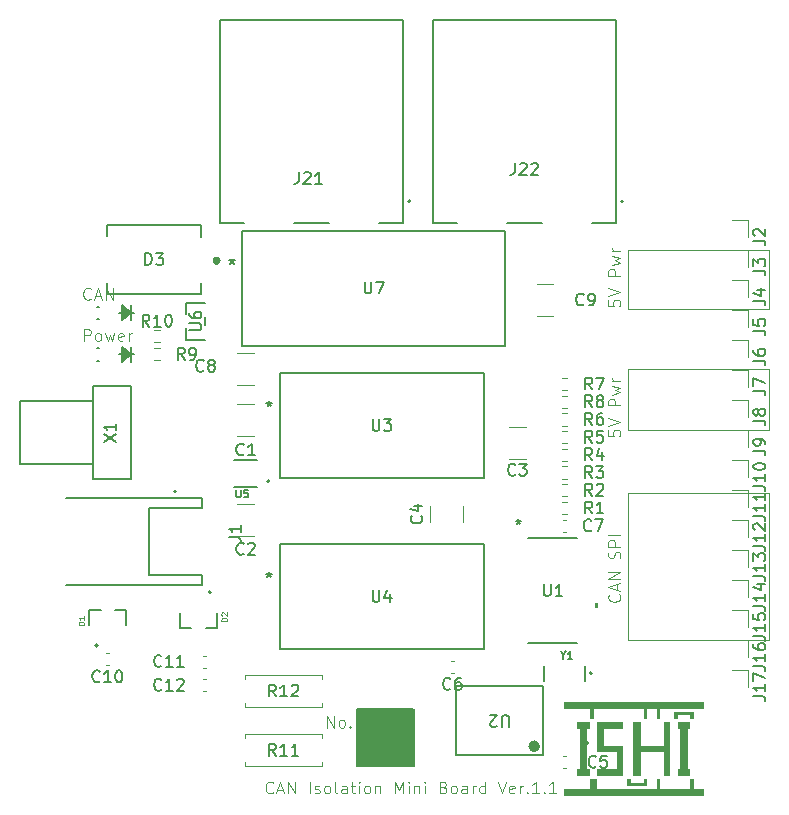
<source format=gto>
%TF.GenerationSoftware,KiCad,Pcbnew,9.0.4*%
%TF.CreationDate,2025-11-06T05:08:32+09:00*%
%TF.ProjectId,CAN_Isolation_mini,43414e5f-4973-46f6-9c61-74696f6e5f6d,Ver.1.1*%
%TF.SameCoordinates,Original*%
%TF.FileFunction,Legend,Top*%
%TF.FilePolarity,Positive*%
%FSLAX46Y46*%
G04 Gerber Fmt 4.6, Leading zero omitted, Abs format (unit mm)*
G04 Created by KiCad (PCBNEW 9.0.4) date 2025-11-06 05:08:32*
%MOMM*%
%LPD*%
G01*
G04 APERTURE LIST*
%ADD10C,0.100000*%
%ADD11C,0.150000*%
%ADD12C,0.120000*%
%ADD13C,0.200000*%
%ADD14C,0.300000*%
%ADD15C,0.500000*%
%ADD16C,0.250000*%
%ADD17C,0.000000*%
%ADD18C,0.152400*%
%ADD19C,0.127000*%
G04 APERTURE END LIST*
D10*
X136000000Y-90500000D02*
X148000000Y-90500000D01*
X148000000Y-95740000D01*
X136000000Y-95740000D01*
X136000000Y-90500000D01*
X136000000Y-101000000D02*
X148000000Y-101000000D01*
X148000000Y-113500000D01*
X136000000Y-113500000D01*
X136000000Y-101000000D01*
X136000000Y-80500000D02*
X148000000Y-80500000D01*
X148000000Y-85500000D01*
X136000000Y-85500000D01*
X136000000Y-80500000D01*
X135277180Y-109624687D02*
X135324800Y-109672306D01*
X135324800Y-109672306D02*
X135372419Y-109815163D01*
X135372419Y-109815163D02*
X135372419Y-109910401D01*
X135372419Y-109910401D02*
X135324800Y-110053258D01*
X135324800Y-110053258D02*
X135229561Y-110148496D01*
X135229561Y-110148496D02*
X135134323Y-110196115D01*
X135134323Y-110196115D02*
X134943847Y-110243734D01*
X134943847Y-110243734D02*
X134800990Y-110243734D01*
X134800990Y-110243734D02*
X134610514Y-110196115D01*
X134610514Y-110196115D02*
X134515276Y-110148496D01*
X134515276Y-110148496D02*
X134420038Y-110053258D01*
X134420038Y-110053258D02*
X134372419Y-109910401D01*
X134372419Y-109910401D02*
X134372419Y-109815163D01*
X134372419Y-109815163D02*
X134420038Y-109672306D01*
X134420038Y-109672306D02*
X134467657Y-109624687D01*
X135086704Y-109243734D02*
X135086704Y-108767544D01*
X135372419Y-109338972D02*
X134372419Y-109005639D01*
X134372419Y-109005639D02*
X135372419Y-108672306D01*
X135372419Y-108338972D02*
X134372419Y-108338972D01*
X134372419Y-108338972D02*
X135372419Y-107767544D01*
X135372419Y-107767544D02*
X134372419Y-107767544D01*
X135324800Y-106577067D02*
X135372419Y-106434210D01*
X135372419Y-106434210D02*
X135372419Y-106196115D01*
X135372419Y-106196115D02*
X135324800Y-106100877D01*
X135324800Y-106100877D02*
X135277180Y-106053258D01*
X135277180Y-106053258D02*
X135181942Y-106005639D01*
X135181942Y-106005639D02*
X135086704Y-106005639D01*
X135086704Y-106005639D02*
X134991466Y-106053258D01*
X134991466Y-106053258D02*
X134943847Y-106100877D01*
X134943847Y-106100877D02*
X134896228Y-106196115D01*
X134896228Y-106196115D02*
X134848609Y-106386591D01*
X134848609Y-106386591D02*
X134800990Y-106481829D01*
X134800990Y-106481829D02*
X134753371Y-106529448D01*
X134753371Y-106529448D02*
X134658133Y-106577067D01*
X134658133Y-106577067D02*
X134562895Y-106577067D01*
X134562895Y-106577067D02*
X134467657Y-106529448D01*
X134467657Y-106529448D02*
X134420038Y-106481829D01*
X134420038Y-106481829D02*
X134372419Y-106386591D01*
X134372419Y-106386591D02*
X134372419Y-106148496D01*
X134372419Y-106148496D02*
X134420038Y-106005639D01*
X135372419Y-105577067D02*
X134372419Y-105577067D01*
X134372419Y-105577067D02*
X134372419Y-105196115D01*
X134372419Y-105196115D02*
X134420038Y-105100877D01*
X134420038Y-105100877D02*
X134467657Y-105053258D01*
X134467657Y-105053258D02*
X134562895Y-105005639D01*
X134562895Y-105005639D02*
X134705752Y-105005639D01*
X134705752Y-105005639D02*
X134800990Y-105053258D01*
X134800990Y-105053258D02*
X134848609Y-105100877D01*
X134848609Y-105100877D02*
X134896228Y-105196115D01*
X134896228Y-105196115D02*
X134896228Y-105577067D01*
X135372419Y-104577067D02*
X134372419Y-104577067D01*
X110539884Y-120903419D02*
X110539884Y-119903419D01*
X110539884Y-119903419D02*
X111111312Y-120903419D01*
X111111312Y-120903419D02*
X111111312Y-119903419D01*
X111730360Y-120903419D02*
X111635122Y-120855800D01*
X111635122Y-120855800D02*
X111587503Y-120808180D01*
X111587503Y-120808180D02*
X111539884Y-120712942D01*
X111539884Y-120712942D02*
X111539884Y-120427228D01*
X111539884Y-120427228D02*
X111587503Y-120331990D01*
X111587503Y-120331990D02*
X111635122Y-120284371D01*
X111635122Y-120284371D02*
X111730360Y-120236752D01*
X111730360Y-120236752D02*
X111873217Y-120236752D01*
X111873217Y-120236752D02*
X111968455Y-120284371D01*
X111968455Y-120284371D02*
X112016074Y-120331990D01*
X112016074Y-120331990D02*
X112063693Y-120427228D01*
X112063693Y-120427228D02*
X112063693Y-120712942D01*
X112063693Y-120712942D02*
X112016074Y-120808180D01*
X112016074Y-120808180D02*
X111968455Y-120855800D01*
X111968455Y-120855800D02*
X111873217Y-120903419D01*
X111873217Y-120903419D02*
X111730360Y-120903419D01*
X112492265Y-120808180D02*
X112539884Y-120855800D01*
X112539884Y-120855800D02*
X112492265Y-120903419D01*
X112492265Y-120903419D02*
X112444646Y-120855800D01*
X112444646Y-120855800D02*
X112492265Y-120808180D01*
X112492265Y-120808180D02*
X112492265Y-120903419D01*
X105975312Y-126377180D02*
X105927693Y-126424800D01*
X105927693Y-126424800D02*
X105784836Y-126472419D01*
X105784836Y-126472419D02*
X105689598Y-126472419D01*
X105689598Y-126472419D02*
X105546741Y-126424800D01*
X105546741Y-126424800D02*
X105451503Y-126329561D01*
X105451503Y-126329561D02*
X105403884Y-126234323D01*
X105403884Y-126234323D02*
X105356265Y-126043847D01*
X105356265Y-126043847D02*
X105356265Y-125900990D01*
X105356265Y-125900990D02*
X105403884Y-125710514D01*
X105403884Y-125710514D02*
X105451503Y-125615276D01*
X105451503Y-125615276D02*
X105546741Y-125520038D01*
X105546741Y-125520038D02*
X105689598Y-125472419D01*
X105689598Y-125472419D02*
X105784836Y-125472419D01*
X105784836Y-125472419D02*
X105927693Y-125520038D01*
X105927693Y-125520038D02*
X105975312Y-125567657D01*
X106356265Y-126186704D02*
X106832455Y-126186704D01*
X106261027Y-126472419D02*
X106594360Y-125472419D01*
X106594360Y-125472419D02*
X106927693Y-126472419D01*
X107261027Y-126472419D02*
X107261027Y-125472419D01*
X107261027Y-125472419D02*
X107832455Y-126472419D01*
X107832455Y-126472419D02*
X107832455Y-125472419D01*
X109070551Y-126472419D02*
X109070551Y-125472419D01*
X109499122Y-126424800D02*
X109594360Y-126472419D01*
X109594360Y-126472419D02*
X109784836Y-126472419D01*
X109784836Y-126472419D02*
X109880074Y-126424800D01*
X109880074Y-126424800D02*
X109927693Y-126329561D01*
X109927693Y-126329561D02*
X109927693Y-126281942D01*
X109927693Y-126281942D02*
X109880074Y-126186704D01*
X109880074Y-126186704D02*
X109784836Y-126139085D01*
X109784836Y-126139085D02*
X109641979Y-126139085D01*
X109641979Y-126139085D02*
X109546741Y-126091466D01*
X109546741Y-126091466D02*
X109499122Y-125996228D01*
X109499122Y-125996228D02*
X109499122Y-125948609D01*
X109499122Y-125948609D02*
X109546741Y-125853371D01*
X109546741Y-125853371D02*
X109641979Y-125805752D01*
X109641979Y-125805752D02*
X109784836Y-125805752D01*
X109784836Y-125805752D02*
X109880074Y-125853371D01*
X110499122Y-126472419D02*
X110403884Y-126424800D01*
X110403884Y-126424800D02*
X110356265Y-126377180D01*
X110356265Y-126377180D02*
X110308646Y-126281942D01*
X110308646Y-126281942D02*
X110308646Y-125996228D01*
X110308646Y-125996228D02*
X110356265Y-125900990D01*
X110356265Y-125900990D02*
X110403884Y-125853371D01*
X110403884Y-125853371D02*
X110499122Y-125805752D01*
X110499122Y-125805752D02*
X110641979Y-125805752D01*
X110641979Y-125805752D02*
X110737217Y-125853371D01*
X110737217Y-125853371D02*
X110784836Y-125900990D01*
X110784836Y-125900990D02*
X110832455Y-125996228D01*
X110832455Y-125996228D02*
X110832455Y-126281942D01*
X110832455Y-126281942D02*
X110784836Y-126377180D01*
X110784836Y-126377180D02*
X110737217Y-126424800D01*
X110737217Y-126424800D02*
X110641979Y-126472419D01*
X110641979Y-126472419D02*
X110499122Y-126472419D01*
X111403884Y-126472419D02*
X111308646Y-126424800D01*
X111308646Y-126424800D02*
X111261027Y-126329561D01*
X111261027Y-126329561D02*
X111261027Y-125472419D01*
X112213408Y-126472419D02*
X112213408Y-125948609D01*
X112213408Y-125948609D02*
X112165789Y-125853371D01*
X112165789Y-125853371D02*
X112070551Y-125805752D01*
X112070551Y-125805752D02*
X111880075Y-125805752D01*
X111880075Y-125805752D02*
X111784837Y-125853371D01*
X112213408Y-126424800D02*
X112118170Y-126472419D01*
X112118170Y-126472419D02*
X111880075Y-126472419D01*
X111880075Y-126472419D02*
X111784837Y-126424800D01*
X111784837Y-126424800D02*
X111737218Y-126329561D01*
X111737218Y-126329561D02*
X111737218Y-126234323D01*
X111737218Y-126234323D02*
X111784837Y-126139085D01*
X111784837Y-126139085D02*
X111880075Y-126091466D01*
X111880075Y-126091466D02*
X112118170Y-126091466D01*
X112118170Y-126091466D02*
X112213408Y-126043847D01*
X112546742Y-125805752D02*
X112927694Y-125805752D01*
X112689599Y-125472419D02*
X112689599Y-126329561D01*
X112689599Y-126329561D02*
X112737218Y-126424800D01*
X112737218Y-126424800D02*
X112832456Y-126472419D01*
X112832456Y-126472419D02*
X112927694Y-126472419D01*
X113261028Y-126472419D02*
X113261028Y-125805752D01*
X113261028Y-125472419D02*
X113213409Y-125520038D01*
X113213409Y-125520038D02*
X113261028Y-125567657D01*
X113261028Y-125567657D02*
X113308647Y-125520038D01*
X113308647Y-125520038D02*
X113261028Y-125472419D01*
X113261028Y-125472419D02*
X113261028Y-125567657D01*
X113880075Y-126472419D02*
X113784837Y-126424800D01*
X113784837Y-126424800D02*
X113737218Y-126377180D01*
X113737218Y-126377180D02*
X113689599Y-126281942D01*
X113689599Y-126281942D02*
X113689599Y-125996228D01*
X113689599Y-125996228D02*
X113737218Y-125900990D01*
X113737218Y-125900990D02*
X113784837Y-125853371D01*
X113784837Y-125853371D02*
X113880075Y-125805752D01*
X113880075Y-125805752D02*
X114022932Y-125805752D01*
X114022932Y-125805752D02*
X114118170Y-125853371D01*
X114118170Y-125853371D02*
X114165789Y-125900990D01*
X114165789Y-125900990D02*
X114213408Y-125996228D01*
X114213408Y-125996228D02*
X114213408Y-126281942D01*
X114213408Y-126281942D02*
X114165789Y-126377180D01*
X114165789Y-126377180D02*
X114118170Y-126424800D01*
X114118170Y-126424800D02*
X114022932Y-126472419D01*
X114022932Y-126472419D02*
X113880075Y-126472419D01*
X114641980Y-125805752D02*
X114641980Y-126472419D01*
X114641980Y-125900990D02*
X114689599Y-125853371D01*
X114689599Y-125853371D02*
X114784837Y-125805752D01*
X114784837Y-125805752D02*
X114927694Y-125805752D01*
X114927694Y-125805752D02*
X115022932Y-125853371D01*
X115022932Y-125853371D02*
X115070551Y-125948609D01*
X115070551Y-125948609D02*
X115070551Y-126472419D01*
X116308647Y-126472419D02*
X116308647Y-125472419D01*
X116308647Y-125472419D02*
X116641980Y-126186704D01*
X116641980Y-126186704D02*
X116975313Y-125472419D01*
X116975313Y-125472419D02*
X116975313Y-126472419D01*
X117451504Y-126472419D02*
X117451504Y-125805752D01*
X117451504Y-125472419D02*
X117403885Y-125520038D01*
X117403885Y-125520038D02*
X117451504Y-125567657D01*
X117451504Y-125567657D02*
X117499123Y-125520038D01*
X117499123Y-125520038D02*
X117451504Y-125472419D01*
X117451504Y-125472419D02*
X117451504Y-125567657D01*
X117927694Y-125805752D02*
X117927694Y-126472419D01*
X117927694Y-125900990D02*
X117975313Y-125853371D01*
X117975313Y-125853371D02*
X118070551Y-125805752D01*
X118070551Y-125805752D02*
X118213408Y-125805752D01*
X118213408Y-125805752D02*
X118308646Y-125853371D01*
X118308646Y-125853371D02*
X118356265Y-125948609D01*
X118356265Y-125948609D02*
X118356265Y-126472419D01*
X118832456Y-126472419D02*
X118832456Y-125805752D01*
X118832456Y-125472419D02*
X118784837Y-125520038D01*
X118784837Y-125520038D02*
X118832456Y-125567657D01*
X118832456Y-125567657D02*
X118880075Y-125520038D01*
X118880075Y-125520038D02*
X118832456Y-125472419D01*
X118832456Y-125472419D02*
X118832456Y-125567657D01*
X120403884Y-125948609D02*
X120546741Y-125996228D01*
X120546741Y-125996228D02*
X120594360Y-126043847D01*
X120594360Y-126043847D02*
X120641979Y-126139085D01*
X120641979Y-126139085D02*
X120641979Y-126281942D01*
X120641979Y-126281942D02*
X120594360Y-126377180D01*
X120594360Y-126377180D02*
X120546741Y-126424800D01*
X120546741Y-126424800D02*
X120451503Y-126472419D01*
X120451503Y-126472419D02*
X120070551Y-126472419D01*
X120070551Y-126472419D02*
X120070551Y-125472419D01*
X120070551Y-125472419D02*
X120403884Y-125472419D01*
X120403884Y-125472419D02*
X120499122Y-125520038D01*
X120499122Y-125520038D02*
X120546741Y-125567657D01*
X120546741Y-125567657D02*
X120594360Y-125662895D01*
X120594360Y-125662895D02*
X120594360Y-125758133D01*
X120594360Y-125758133D02*
X120546741Y-125853371D01*
X120546741Y-125853371D02*
X120499122Y-125900990D01*
X120499122Y-125900990D02*
X120403884Y-125948609D01*
X120403884Y-125948609D02*
X120070551Y-125948609D01*
X121213408Y-126472419D02*
X121118170Y-126424800D01*
X121118170Y-126424800D02*
X121070551Y-126377180D01*
X121070551Y-126377180D02*
X121022932Y-126281942D01*
X121022932Y-126281942D02*
X121022932Y-125996228D01*
X121022932Y-125996228D02*
X121070551Y-125900990D01*
X121070551Y-125900990D02*
X121118170Y-125853371D01*
X121118170Y-125853371D02*
X121213408Y-125805752D01*
X121213408Y-125805752D02*
X121356265Y-125805752D01*
X121356265Y-125805752D02*
X121451503Y-125853371D01*
X121451503Y-125853371D02*
X121499122Y-125900990D01*
X121499122Y-125900990D02*
X121546741Y-125996228D01*
X121546741Y-125996228D02*
X121546741Y-126281942D01*
X121546741Y-126281942D02*
X121499122Y-126377180D01*
X121499122Y-126377180D02*
X121451503Y-126424800D01*
X121451503Y-126424800D02*
X121356265Y-126472419D01*
X121356265Y-126472419D02*
X121213408Y-126472419D01*
X122403884Y-126472419D02*
X122403884Y-125948609D01*
X122403884Y-125948609D02*
X122356265Y-125853371D01*
X122356265Y-125853371D02*
X122261027Y-125805752D01*
X122261027Y-125805752D02*
X122070551Y-125805752D01*
X122070551Y-125805752D02*
X121975313Y-125853371D01*
X122403884Y-126424800D02*
X122308646Y-126472419D01*
X122308646Y-126472419D02*
X122070551Y-126472419D01*
X122070551Y-126472419D02*
X121975313Y-126424800D01*
X121975313Y-126424800D02*
X121927694Y-126329561D01*
X121927694Y-126329561D02*
X121927694Y-126234323D01*
X121927694Y-126234323D02*
X121975313Y-126139085D01*
X121975313Y-126139085D02*
X122070551Y-126091466D01*
X122070551Y-126091466D02*
X122308646Y-126091466D01*
X122308646Y-126091466D02*
X122403884Y-126043847D01*
X122880075Y-126472419D02*
X122880075Y-125805752D01*
X122880075Y-125996228D02*
X122927694Y-125900990D01*
X122927694Y-125900990D02*
X122975313Y-125853371D01*
X122975313Y-125853371D02*
X123070551Y-125805752D01*
X123070551Y-125805752D02*
X123165789Y-125805752D01*
X123927694Y-126472419D02*
X123927694Y-125472419D01*
X123927694Y-126424800D02*
X123832456Y-126472419D01*
X123832456Y-126472419D02*
X123641980Y-126472419D01*
X123641980Y-126472419D02*
X123546742Y-126424800D01*
X123546742Y-126424800D02*
X123499123Y-126377180D01*
X123499123Y-126377180D02*
X123451504Y-126281942D01*
X123451504Y-126281942D02*
X123451504Y-125996228D01*
X123451504Y-125996228D02*
X123499123Y-125900990D01*
X123499123Y-125900990D02*
X123546742Y-125853371D01*
X123546742Y-125853371D02*
X123641980Y-125805752D01*
X123641980Y-125805752D02*
X123832456Y-125805752D01*
X123832456Y-125805752D02*
X123927694Y-125853371D01*
X125022933Y-125472419D02*
X125356266Y-126472419D01*
X125356266Y-126472419D02*
X125689599Y-125472419D01*
X126403885Y-126424800D02*
X126308647Y-126472419D01*
X126308647Y-126472419D02*
X126118171Y-126472419D01*
X126118171Y-126472419D02*
X126022933Y-126424800D01*
X126022933Y-126424800D02*
X125975314Y-126329561D01*
X125975314Y-126329561D02*
X125975314Y-125948609D01*
X125975314Y-125948609D02*
X126022933Y-125853371D01*
X126022933Y-125853371D02*
X126118171Y-125805752D01*
X126118171Y-125805752D02*
X126308647Y-125805752D01*
X126308647Y-125805752D02*
X126403885Y-125853371D01*
X126403885Y-125853371D02*
X126451504Y-125948609D01*
X126451504Y-125948609D02*
X126451504Y-126043847D01*
X126451504Y-126043847D02*
X125975314Y-126139085D01*
X126880076Y-126472419D02*
X126880076Y-125805752D01*
X126880076Y-125996228D02*
X126927695Y-125900990D01*
X126927695Y-125900990D02*
X126975314Y-125853371D01*
X126975314Y-125853371D02*
X127070552Y-125805752D01*
X127070552Y-125805752D02*
X127165790Y-125805752D01*
X127499124Y-126377180D02*
X127546743Y-126424800D01*
X127546743Y-126424800D02*
X127499124Y-126472419D01*
X127499124Y-126472419D02*
X127451505Y-126424800D01*
X127451505Y-126424800D02*
X127499124Y-126377180D01*
X127499124Y-126377180D02*
X127499124Y-126472419D01*
X128499123Y-126472419D02*
X127927695Y-126472419D01*
X128213409Y-126472419D02*
X128213409Y-125472419D01*
X128213409Y-125472419D02*
X128118171Y-125615276D01*
X128118171Y-125615276D02*
X128022933Y-125710514D01*
X128022933Y-125710514D02*
X127927695Y-125758133D01*
X128927695Y-126377180D02*
X128975314Y-126424800D01*
X128975314Y-126424800D02*
X128927695Y-126472419D01*
X128927695Y-126472419D02*
X128880076Y-126424800D01*
X128880076Y-126424800D02*
X128927695Y-126377180D01*
X128927695Y-126377180D02*
X128927695Y-126472419D01*
X129927694Y-126472419D02*
X129356266Y-126472419D01*
X129641980Y-126472419D02*
X129641980Y-125472419D01*
X129641980Y-125472419D02*
X129546742Y-125615276D01*
X129546742Y-125615276D02*
X129451504Y-125710514D01*
X129451504Y-125710514D02*
X129356266Y-125758133D01*
X134372419Y-95719925D02*
X134372419Y-96196115D01*
X134372419Y-96196115D02*
X134848609Y-96243734D01*
X134848609Y-96243734D02*
X134800990Y-96196115D01*
X134800990Y-96196115D02*
X134753371Y-96100877D01*
X134753371Y-96100877D02*
X134753371Y-95862782D01*
X134753371Y-95862782D02*
X134800990Y-95767544D01*
X134800990Y-95767544D02*
X134848609Y-95719925D01*
X134848609Y-95719925D02*
X134943847Y-95672306D01*
X134943847Y-95672306D02*
X135181942Y-95672306D01*
X135181942Y-95672306D02*
X135277180Y-95719925D01*
X135277180Y-95719925D02*
X135324800Y-95767544D01*
X135324800Y-95767544D02*
X135372419Y-95862782D01*
X135372419Y-95862782D02*
X135372419Y-96100877D01*
X135372419Y-96100877D02*
X135324800Y-96196115D01*
X135324800Y-96196115D02*
X135277180Y-96243734D01*
X134372419Y-95386591D02*
X135372419Y-95053258D01*
X135372419Y-95053258D02*
X134372419Y-94719925D01*
X135372419Y-93624686D02*
X134372419Y-93624686D01*
X134372419Y-93624686D02*
X134372419Y-93243734D01*
X134372419Y-93243734D02*
X134420038Y-93148496D01*
X134420038Y-93148496D02*
X134467657Y-93100877D01*
X134467657Y-93100877D02*
X134562895Y-93053258D01*
X134562895Y-93053258D02*
X134705752Y-93053258D01*
X134705752Y-93053258D02*
X134800990Y-93100877D01*
X134800990Y-93100877D02*
X134848609Y-93148496D01*
X134848609Y-93148496D02*
X134896228Y-93243734D01*
X134896228Y-93243734D02*
X134896228Y-93624686D01*
X134705752Y-92719924D02*
X135372419Y-92529448D01*
X135372419Y-92529448D02*
X134896228Y-92338972D01*
X134896228Y-92338972D02*
X135372419Y-92148496D01*
X135372419Y-92148496D02*
X134705752Y-91958020D01*
X135372419Y-91577067D02*
X134705752Y-91577067D01*
X134896228Y-91577067D02*
X134800990Y-91529448D01*
X134800990Y-91529448D02*
X134753371Y-91481829D01*
X134753371Y-91481829D02*
X134705752Y-91386591D01*
X134705752Y-91386591D02*
X134705752Y-91291353D01*
X90532407Y-84572085D02*
X90484788Y-84619705D01*
X90484788Y-84619705D02*
X90341931Y-84667324D01*
X90341931Y-84667324D02*
X90246693Y-84667324D01*
X90246693Y-84667324D02*
X90103836Y-84619705D01*
X90103836Y-84619705D02*
X90008598Y-84524466D01*
X90008598Y-84524466D02*
X89960979Y-84429228D01*
X89960979Y-84429228D02*
X89913360Y-84238752D01*
X89913360Y-84238752D02*
X89913360Y-84095895D01*
X89913360Y-84095895D02*
X89960979Y-83905419D01*
X89960979Y-83905419D02*
X90008598Y-83810181D01*
X90008598Y-83810181D02*
X90103836Y-83714943D01*
X90103836Y-83714943D02*
X90246693Y-83667324D01*
X90246693Y-83667324D02*
X90341931Y-83667324D01*
X90341931Y-83667324D02*
X90484788Y-83714943D01*
X90484788Y-83714943D02*
X90532407Y-83762562D01*
X90913360Y-84381609D02*
X91389550Y-84381609D01*
X90818122Y-84667324D02*
X91151455Y-83667324D01*
X91151455Y-83667324D02*
X91484788Y-84667324D01*
X91818122Y-84667324D02*
X91818122Y-83667324D01*
X91818122Y-83667324D02*
X92389550Y-84667324D01*
X92389550Y-84667324D02*
X92389550Y-83667324D01*
X89960979Y-88167324D02*
X89960979Y-87167324D01*
X89960979Y-87167324D02*
X90341931Y-87167324D01*
X90341931Y-87167324D02*
X90437169Y-87214943D01*
X90437169Y-87214943D02*
X90484788Y-87262562D01*
X90484788Y-87262562D02*
X90532407Y-87357800D01*
X90532407Y-87357800D02*
X90532407Y-87500657D01*
X90532407Y-87500657D02*
X90484788Y-87595895D01*
X90484788Y-87595895D02*
X90437169Y-87643514D01*
X90437169Y-87643514D02*
X90341931Y-87691133D01*
X90341931Y-87691133D02*
X89960979Y-87691133D01*
X91103836Y-88167324D02*
X91008598Y-88119705D01*
X91008598Y-88119705D02*
X90960979Y-88072085D01*
X90960979Y-88072085D02*
X90913360Y-87976847D01*
X90913360Y-87976847D02*
X90913360Y-87691133D01*
X90913360Y-87691133D02*
X90960979Y-87595895D01*
X90960979Y-87595895D02*
X91008598Y-87548276D01*
X91008598Y-87548276D02*
X91103836Y-87500657D01*
X91103836Y-87500657D02*
X91246693Y-87500657D01*
X91246693Y-87500657D02*
X91341931Y-87548276D01*
X91341931Y-87548276D02*
X91389550Y-87595895D01*
X91389550Y-87595895D02*
X91437169Y-87691133D01*
X91437169Y-87691133D02*
X91437169Y-87976847D01*
X91437169Y-87976847D02*
X91389550Y-88072085D01*
X91389550Y-88072085D02*
X91341931Y-88119705D01*
X91341931Y-88119705D02*
X91246693Y-88167324D01*
X91246693Y-88167324D02*
X91103836Y-88167324D01*
X91770503Y-87500657D02*
X91960979Y-88167324D01*
X91960979Y-88167324D02*
X92151455Y-87691133D01*
X92151455Y-87691133D02*
X92341931Y-88167324D01*
X92341931Y-88167324D02*
X92532407Y-87500657D01*
X93294312Y-88119705D02*
X93199074Y-88167324D01*
X93199074Y-88167324D02*
X93008598Y-88167324D01*
X93008598Y-88167324D02*
X92913360Y-88119705D01*
X92913360Y-88119705D02*
X92865741Y-88024466D01*
X92865741Y-88024466D02*
X92865741Y-87643514D01*
X92865741Y-87643514D02*
X92913360Y-87548276D01*
X92913360Y-87548276D02*
X93008598Y-87500657D01*
X93008598Y-87500657D02*
X93199074Y-87500657D01*
X93199074Y-87500657D02*
X93294312Y-87548276D01*
X93294312Y-87548276D02*
X93341931Y-87643514D01*
X93341931Y-87643514D02*
X93341931Y-87738752D01*
X93341931Y-87738752D02*
X92865741Y-87833990D01*
X93770503Y-88167324D02*
X93770503Y-87500657D01*
X93770503Y-87691133D02*
X93818122Y-87595895D01*
X93818122Y-87595895D02*
X93865741Y-87548276D01*
X93865741Y-87548276D02*
X93960979Y-87500657D01*
X93960979Y-87500657D02*
X94056217Y-87500657D01*
X134372419Y-84719925D02*
X134372419Y-85196115D01*
X134372419Y-85196115D02*
X134848609Y-85243734D01*
X134848609Y-85243734D02*
X134800990Y-85196115D01*
X134800990Y-85196115D02*
X134753371Y-85100877D01*
X134753371Y-85100877D02*
X134753371Y-84862782D01*
X134753371Y-84862782D02*
X134800990Y-84767544D01*
X134800990Y-84767544D02*
X134848609Y-84719925D01*
X134848609Y-84719925D02*
X134943847Y-84672306D01*
X134943847Y-84672306D02*
X135181942Y-84672306D01*
X135181942Y-84672306D02*
X135277180Y-84719925D01*
X135277180Y-84719925D02*
X135324800Y-84767544D01*
X135324800Y-84767544D02*
X135372419Y-84862782D01*
X135372419Y-84862782D02*
X135372419Y-85100877D01*
X135372419Y-85100877D02*
X135324800Y-85196115D01*
X135324800Y-85196115D02*
X135277180Y-85243734D01*
X134372419Y-84386591D02*
X135372419Y-84053258D01*
X135372419Y-84053258D02*
X134372419Y-83719925D01*
X135372419Y-82624686D02*
X134372419Y-82624686D01*
X134372419Y-82624686D02*
X134372419Y-82243734D01*
X134372419Y-82243734D02*
X134420038Y-82148496D01*
X134420038Y-82148496D02*
X134467657Y-82100877D01*
X134467657Y-82100877D02*
X134562895Y-82053258D01*
X134562895Y-82053258D02*
X134705752Y-82053258D01*
X134705752Y-82053258D02*
X134800990Y-82100877D01*
X134800990Y-82100877D02*
X134848609Y-82148496D01*
X134848609Y-82148496D02*
X134896228Y-82243734D01*
X134896228Y-82243734D02*
X134896228Y-82624686D01*
X134705752Y-81719924D02*
X135372419Y-81529448D01*
X135372419Y-81529448D02*
X134896228Y-81338972D01*
X134896228Y-81338972D02*
X135372419Y-81148496D01*
X135372419Y-81148496D02*
X134705752Y-80958020D01*
X135372419Y-80577067D02*
X134705752Y-80577067D01*
X134896228Y-80577067D02*
X134800990Y-80529448D01*
X134800990Y-80529448D02*
X134753371Y-80481829D01*
X134753371Y-80481829D02*
X134705752Y-80386591D01*
X134705752Y-80386591D02*
X134705752Y-80291353D01*
D11*
X95147890Y-81736309D02*
X95147890Y-80733089D01*
X95147890Y-80733089D02*
X95386752Y-80733089D01*
X95386752Y-80733089D02*
X95530069Y-80780861D01*
X95530069Y-80780861D02*
X95625614Y-80876406D01*
X95625614Y-80876406D02*
X95673387Y-80971951D01*
X95673387Y-80971951D02*
X95721159Y-81163040D01*
X95721159Y-81163040D02*
X95721159Y-81306357D01*
X95721159Y-81306357D02*
X95673387Y-81497447D01*
X95673387Y-81497447D02*
X95625614Y-81592992D01*
X95625614Y-81592992D02*
X95530069Y-81688537D01*
X95530069Y-81688537D02*
X95386752Y-81736309D01*
X95386752Y-81736309D02*
X95147890Y-81736309D01*
X96055566Y-80733089D02*
X96676607Y-80733089D01*
X96676607Y-80733089D02*
X96342200Y-81115268D01*
X96342200Y-81115268D02*
X96485517Y-81115268D01*
X96485517Y-81115268D02*
X96581062Y-81163040D01*
X96581062Y-81163040D02*
X96628834Y-81210813D01*
X96628834Y-81210813D02*
X96676607Y-81306357D01*
X96676607Y-81306357D02*
X96676607Y-81545219D01*
X96676607Y-81545219D02*
X96628834Y-81640764D01*
X96628834Y-81640764D02*
X96581062Y-81688537D01*
X96581062Y-81688537D02*
X96485517Y-81736309D01*
X96485517Y-81736309D02*
X96198883Y-81736309D01*
X96198883Y-81736309D02*
X96103338Y-81688537D01*
X96103338Y-81688537D02*
X96055566Y-81640764D01*
X132903333Y-104179580D02*
X132855714Y-104227200D01*
X132855714Y-104227200D02*
X132712857Y-104274819D01*
X132712857Y-104274819D02*
X132617619Y-104274819D01*
X132617619Y-104274819D02*
X132474762Y-104227200D01*
X132474762Y-104227200D02*
X132379524Y-104131961D01*
X132379524Y-104131961D02*
X132331905Y-104036723D01*
X132331905Y-104036723D02*
X132284286Y-103846247D01*
X132284286Y-103846247D02*
X132284286Y-103703390D01*
X132284286Y-103703390D02*
X132331905Y-103512914D01*
X132331905Y-103512914D02*
X132379524Y-103417676D01*
X132379524Y-103417676D02*
X132474762Y-103322438D01*
X132474762Y-103322438D02*
X132617619Y-103274819D01*
X132617619Y-103274819D02*
X132712857Y-103274819D01*
X132712857Y-103274819D02*
X132855714Y-103322438D01*
X132855714Y-103322438D02*
X132903333Y-103370057D01*
X133236667Y-103274819D02*
X133903333Y-103274819D01*
X133903333Y-103274819D02*
X133474762Y-104274819D01*
X98490428Y-89749724D02*
X98157095Y-89273533D01*
X97919000Y-89749724D02*
X97919000Y-88749724D01*
X97919000Y-88749724D02*
X98299952Y-88749724D01*
X98299952Y-88749724D02*
X98395190Y-88797343D01*
X98395190Y-88797343D02*
X98442809Y-88844962D01*
X98442809Y-88844962D02*
X98490428Y-88940200D01*
X98490428Y-88940200D02*
X98490428Y-89083057D01*
X98490428Y-89083057D02*
X98442809Y-89178295D01*
X98442809Y-89178295D02*
X98395190Y-89225914D01*
X98395190Y-89225914D02*
X98299952Y-89273533D01*
X98299952Y-89273533D02*
X97919000Y-89273533D01*
X98966619Y-89749724D02*
X99157095Y-89749724D01*
X99157095Y-89749724D02*
X99252333Y-89702105D01*
X99252333Y-89702105D02*
X99299952Y-89654485D01*
X99299952Y-89654485D02*
X99395190Y-89511628D01*
X99395190Y-89511628D02*
X99442809Y-89321152D01*
X99442809Y-89321152D02*
X99442809Y-88940200D01*
X99442809Y-88940200D02*
X99395190Y-88844962D01*
X99395190Y-88844962D02*
X99347571Y-88797343D01*
X99347571Y-88797343D02*
X99252333Y-88749724D01*
X99252333Y-88749724D02*
X99061857Y-88749724D01*
X99061857Y-88749724D02*
X98966619Y-88797343D01*
X98966619Y-88797343D02*
X98919000Y-88844962D01*
X98919000Y-88844962D02*
X98871381Y-88940200D01*
X98871381Y-88940200D02*
X98871381Y-89178295D01*
X98871381Y-89178295D02*
X98919000Y-89273533D01*
X98919000Y-89273533D02*
X98966619Y-89321152D01*
X98966619Y-89321152D02*
X99061857Y-89368771D01*
X99061857Y-89368771D02*
X99252333Y-89368771D01*
X99252333Y-89368771D02*
X99347571Y-89321152D01*
X99347571Y-89321152D02*
X99395190Y-89273533D01*
X99395190Y-89273533D02*
X99442809Y-89178295D01*
X125918999Y-120854180D02*
X125918999Y-120044657D01*
X125918999Y-120044657D02*
X125871380Y-119949419D01*
X125871380Y-119949419D02*
X125823761Y-119901800D01*
X125823761Y-119901800D02*
X125728523Y-119854180D01*
X125728523Y-119854180D02*
X125538047Y-119854180D01*
X125538047Y-119854180D02*
X125442809Y-119901800D01*
X125442809Y-119901800D02*
X125395190Y-119949419D01*
X125395190Y-119949419D02*
X125347571Y-120044657D01*
X125347571Y-120044657D02*
X125347571Y-120854180D01*
X124918999Y-120758942D02*
X124871380Y-120806561D01*
X124871380Y-120806561D02*
X124776142Y-120854180D01*
X124776142Y-120854180D02*
X124538047Y-120854180D01*
X124538047Y-120854180D02*
X124442809Y-120806561D01*
X124442809Y-120806561D02*
X124395190Y-120758942D01*
X124395190Y-120758942D02*
X124347571Y-120663704D01*
X124347571Y-120663704D02*
X124347571Y-120568466D01*
X124347571Y-120568466D02*
X124395190Y-120425609D01*
X124395190Y-120425609D02*
X124966618Y-119854180D01*
X124966618Y-119854180D02*
X124347571Y-119854180D01*
X146644819Y-89833333D02*
X147359104Y-89833333D01*
X147359104Y-89833333D02*
X147501961Y-89880952D01*
X147501961Y-89880952D02*
X147597200Y-89976190D01*
X147597200Y-89976190D02*
X147644819Y-90119047D01*
X147644819Y-90119047D02*
X147644819Y-90214285D01*
X146644819Y-88928571D02*
X146644819Y-89119047D01*
X146644819Y-89119047D02*
X146692438Y-89214285D01*
X146692438Y-89214285D02*
X146740057Y-89261904D01*
X146740057Y-89261904D02*
X146882914Y-89357142D01*
X146882914Y-89357142D02*
X147073390Y-89404761D01*
X147073390Y-89404761D02*
X147454342Y-89404761D01*
X147454342Y-89404761D02*
X147549580Y-89357142D01*
X147549580Y-89357142D02*
X147597200Y-89309523D01*
X147597200Y-89309523D02*
X147644819Y-89214285D01*
X147644819Y-89214285D02*
X147644819Y-89023809D01*
X147644819Y-89023809D02*
X147597200Y-88928571D01*
X147597200Y-88928571D02*
X147549580Y-88880952D01*
X147549580Y-88880952D02*
X147454342Y-88833333D01*
X147454342Y-88833333D02*
X147216247Y-88833333D01*
X147216247Y-88833333D02*
X147121009Y-88880952D01*
X147121009Y-88880952D02*
X147073390Y-88928571D01*
X147073390Y-88928571D02*
X147025771Y-89023809D01*
X147025771Y-89023809D02*
X147025771Y-89214285D01*
X147025771Y-89214285D02*
X147073390Y-89309523D01*
X147073390Y-89309523D02*
X147121009Y-89357142D01*
X147121009Y-89357142D02*
X147216247Y-89404761D01*
X146644819Y-82213333D02*
X147359104Y-82213333D01*
X147359104Y-82213333D02*
X147501961Y-82260952D01*
X147501961Y-82260952D02*
X147597200Y-82356190D01*
X147597200Y-82356190D02*
X147644819Y-82499047D01*
X147644819Y-82499047D02*
X147644819Y-82594285D01*
X146644819Y-81832380D02*
X146644819Y-81213333D01*
X146644819Y-81213333D02*
X147025771Y-81546666D01*
X147025771Y-81546666D02*
X147025771Y-81403809D01*
X147025771Y-81403809D02*
X147073390Y-81308571D01*
X147073390Y-81308571D02*
X147121009Y-81260952D01*
X147121009Y-81260952D02*
X147216247Y-81213333D01*
X147216247Y-81213333D02*
X147454342Y-81213333D01*
X147454342Y-81213333D02*
X147549580Y-81260952D01*
X147549580Y-81260952D02*
X147597200Y-81308571D01*
X147597200Y-81308571D02*
X147644819Y-81403809D01*
X147644819Y-81403809D02*
X147644819Y-81689523D01*
X147644819Y-81689523D02*
X147597200Y-81784761D01*
X147597200Y-81784761D02*
X147549580Y-81832380D01*
X91297142Y-116969580D02*
X91249523Y-117017200D01*
X91249523Y-117017200D02*
X91106666Y-117064819D01*
X91106666Y-117064819D02*
X91011428Y-117064819D01*
X91011428Y-117064819D02*
X90868571Y-117017200D01*
X90868571Y-117017200D02*
X90773333Y-116921961D01*
X90773333Y-116921961D02*
X90725714Y-116826723D01*
X90725714Y-116826723D02*
X90678095Y-116636247D01*
X90678095Y-116636247D02*
X90678095Y-116493390D01*
X90678095Y-116493390D02*
X90725714Y-116302914D01*
X90725714Y-116302914D02*
X90773333Y-116207676D01*
X90773333Y-116207676D02*
X90868571Y-116112438D01*
X90868571Y-116112438D02*
X91011428Y-116064819D01*
X91011428Y-116064819D02*
X91106666Y-116064819D01*
X91106666Y-116064819D02*
X91249523Y-116112438D01*
X91249523Y-116112438D02*
X91297142Y-116160057D01*
X92249523Y-117064819D02*
X91678095Y-117064819D01*
X91963809Y-117064819D02*
X91963809Y-116064819D01*
X91963809Y-116064819D02*
X91868571Y-116207676D01*
X91868571Y-116207676D02*
X91773333Y-116302914D01*
X91773333Y-116302914D02*
X91678095Y-116350533D01*
X92868571Y-116064819D02*
X92963809Y-116064819D01*
X92963809Y-116064819D02*
X93059047Y-116112438D01*
X93059047Y-116112438D02*
X93106666Y-116160057D01*
X93106666Y-116160057D02*
X93154285Y-116255295D01*
X93154285Y-116255295D02*
X93201904Y-116445771D01*
X93201904Y-116445771D02*
X93201904Y-116683866D01*
X93201904Y-116683866D02*
X93154285Y-116874342D01*
X93154285Y-116874342D02*
X93106666Y-116969580D01*
X93106666Y-116969580D02*
X93059047Y-117017200D01*
X93059047Y-117017200D02*
X92963809Y-117064819D01*
X92963809Y-117064819D02*
X92868571Y-117064819D01*
X92868571Y-117064819D02*
X92773333Y-117017200D01*
X92773333Y-117017200D02*
X92725714Y-116969580D01*
X92725714Y-116969580D02*
X92678095Y-116874342D01*
X92678095Y-116874342D02*
X92630476Y-116683866D01*
X92630476Y-116683866D02*
X92630476Y-116445771D01*
X92630476Y-116445771D02*
X92678095Y-116255295D01*
X92678095Y-116255295D02*
X92725714Y-116160057D01*
X92725714Y-116160057D02*
X92773333Y-116112438D01*
X92773333Y-116112438D02*
X92868571Y-116064819D01*
X146644819Y-94913333D02*
X147359104Y-94913333D01*
X147359104Y-94913333D02*
X147501961Y-94960952D01*
X147501961Y-94960952D02*
X147597200Y-95056190D01*
X147597200Y-95056190D02*
X147644819Y-95199047D01*
X147644819Y-95199047D02*
X147644819Y-95294285D01*
X147073390Y-94294285D02*
X147025771Y-94389523D01*
X147025771Y-94389523D02*
X146978152Y-94437142D01*
X146978152Y-94437142D02*
X146882914Y-94484761D01*
X146882914Y-94484761D02*
X146835295Y-94484761D01*
X146835295Y-94484761D02*
X146740057Y-94437142D01*
X146740057Y-94437142D02*
X146692438Y-94389523D01*
X146692438Y-94389523D02*
X146644819Y-94294285D01*
X146644819Y-94294285D02*
X146644819Y-94103809D01*
X146644819Y-94103809D02*
X146692438Y-94008571D01*
X146692438Y-94008571D02*
X146740057Y-93960952D01*
X146740057Y-93960952D02*
X146835295Y-93913333D01*
X146835295Y-93913333D02*
X146882914Y-93913333D01*
X146882914Y-93913333D02*
X146978152Y-93960952D01*
X146978152Y-93960952D02*
X147025771Y-94008571D01*
X147025771Y-94008571D02*
X147073390Y-94103809D01*
X147073390Y-94103809D02*
X147073390Y-94294285D01*
X147073390Y-94294285D02*
X147121009Y-94389523D01*
X147121009Y-94389523D02*
X147168628Y-94437142D01*
X147168628Y-94437142D02*
X147263866Y-94484761D01*
X147263866Y-94484761D02*
X147454342Y-94484761D01*
X147454342Y-94484761D02*
X147549580Y-94437142D01*
X147549580Y-94437142D02*
X147597200Y-94389523D01*
X147597200Y-94389523D02*
X147644819Y-94294285D01*
X147644819Y-94294285D02*
X147644819Y-94103809D01*
X147644819Y-94103809D02*
X147597200Y-94008571D01*
X147597200Y-94008571D02*
X147549580Y-93960952D01*
X147549580Y-93960952D02*
X147454342Y-93913333D01*
X147454342Y-93913333D02*
X147263866Y-93913333D01*
X147263866Y-93913333D02*
X147168628Y-93960952D01*
X147168628Y-93960952D02*
X147121009Y-94008571D01*
X147121009Y-94008571D02*
X147073390Y-94103809D01*
X91644819Y-96729523D02*
X92644819Y-96062857D01*
X91644819Y-96062857D02*
X92644819Y-96729523D01*
X92644819Y-95158095D02*
X92644819Y-95729523D01*
X92644819Y-95443809D02*
X91644819Y-95443809D01*
X91644819Y-95443809D02*
X91787676Y-95539047D01*
X91787676Y-95539047D02*
X91882914Y-95634285D01*
X91882914Y-95634285D02*
X91930533Y-95729523D01*
X146644819Y-103009523D02*
X147359104Y-103009523D01*
X147359104Y-103009523D02*
X147501961Y-103057142D01*
X147501961Y-103057142D02*
X147597200Y-103152380D01*
X147597200Y-103152380D02*
X147644819Y-103295237D01*
X147644819Y-103295237D02*
X147644819Y-103390475D01*
X147644819Y-102009523D02*
X147644819Y-102580951D01*
X147644819Y-102295237D02*
X146644819Y-102295237D01*
X146644819Y-102295237D02*
X146787676Y-102390475D01*
X146787676Y-102390475D02*
X146882914Y-102485713D01*
X146882914Y-102485713D02*
X146930533Y-102580951D01*
X147644819Y-101057142D02*
X147644819Y-101628570D01*
X147644819Y-101342856D02*
X146644819Y-101342856D01*
X146644819Y-101342856D02*
X146787676Y-101438094D01*
X146787676Y-101438094D02*
X146882914Y-101533332D01*
X146882914Y-101533332D02*
X146930533Y-101628570D01*
X146644819Y-118249523D02*
X147359104Y-118249523D01*
X147359104Y-118249523D02*
X147501961Y-118297142D01*
X147501961Y-118297142D02*
X147597200Y-118392380D01*
X147597200Y-118392380D02*
X147644819Y-118535237D01*
X147644819Y-118535237D02*
X147644819Y-118630475D01*
X147644819Y-117249523D02*
X147644819Y-117820951D01*
X147644819Y-117535237D02*
X146644819Y-117535237D01*
X146644819Y-117535237D02*
X146787676Y-117630475D01*
X146787676Y-117630475D02*
X146882914Y-117725713D01*
X146882914Y-117725713D02*
X146930533Y-117820951D01*
X146644819Y-116916189D02*
X146644819Y-116249523D01*
X146644819Y-116249523D02*
X147644819Y-116678094D01*
X102877475Y-100756676D02*
X102877475Y-101274771D01*
X102877475Y-101274771D02*
X102907952Y-101335723D01*
X102907952Y-101335723D02*
X102938428Y-101366200D01*
X102938428Y-101366200D02*
X102999380Y-101396676D01*
X102999380Y-101396676D02*
X103121285Y-101396676D01*
X103121285Y-101396676D02*
X103182237Y-101366200D01*
X103182237Y-101366200D02*
X103212714Y-101335723D01*
X103212714Y-101335723D02*
X103243190Y-101274771D01*
X103243190Y-101274771D02*
X103243190Y-100756676D01*
X103852713Y-100756676D02*
X103547951Y-100756676D01*
X103547951Y-100756676D02*
X103517475Y-101061438D01*
X103517475Y-101061438D02*
X103547951Y-101030961D01*
X103547951Y-101030961D02*
X103608904Y-101000485D01*
X103608904Y-101000485D02*
X103761285Y-101000485D01*
X103761285Y-101000485D02*
X103822237Y-101030961D01*
X103822237Y-101030961D02*
X103852713Y-101061438D01*
X103852713Y-101061438D02*
X103883190Y-101122390D01*
X103883190Y-101122390D02*
X103883190Y-101274771D01*
X103883190Y-101274771D02*
X103852713Y-101335723D01*
X103852713Y-101335723D02*
X103822237Y-101366200D01*
X103822237Y-101366200D02*
X103761285Y-101396676D01*
X103761285Y-101396676D02*
X103608904Y-101396676D01*
X103608904Y-101396676D02*
X103547951Y-101366200D01*
X103547951Y-101366200D02*
X103517475Y-101335723D01*
X146644819Y-113169523D02*
X147359104Y-113169523D01*
X147359104Y-113169523D02*
X147501961Y-113217142D01*
X147501961Y-113217142D02*
X147597200Y-113312380D01*
X147597200Y-113312380D02*
X147644819Y-113455237D01*
X147644819Y-113455237D02*
X147644819Y-113550475D01*
X147644819Y-112169523D02*
X147644819Y-112740951D01*
X147644819Y-112455237D02*
X146644819Y-112455237D01*
X146644819Y-112455237D02*
X146787676Y-112550475D01*
X146787676Y-112550475D02*
X146882914Y-112645713D01*
X146882914Y-112645713D02*
X146930533Y-112740951D01*
X146644819Y-111264761D02*
X146644819Y-111740951D01*
X146644819Y-111740951D02*
X147121009Y-111788570D01*
X147121009Y-111788570D02*
X147073390Y-111740951D01*
X147073390Y-111740951D02*
X147025771Y-111645713D01*
X147025771Y-111645713D02*
X147025771Y-111407618D01*
X147025771Y-111407618D02*
X147073390Y-111312380D01*
X147073390Y-111312380D02*
X147121009Y-111264761D01*
X147121009Y-111264761D02*
X147216247Y-111217142D01*
X147216247Y-111217142D02*
X147454342Y-111217142D01*
X147454342Y-111217142D02*
X147549580Y-111264761D01*
X147549580Y-111264761D02*
X147597200Y-111312380D01*
X147597200Y-111312380D02*
X147644819Y-111407618D01*
X147644819Y-111407618D02*
X147644819Y-111645713D01*
X147644819Y-111645713D02*
X147597200Y-111740951D01*
X147597200Y-111740951D02*
X147549580Y-111788570D01*
X146644819Y-108089523D02*
X147359104Y-108089523D01*
X147359104Y-108089523D02*
X147501961Y-108137142D01*
X147501961Y-108137142D02*
X147597200Y-108232380D01*
X147597200Y-108232380D02*
X147644819Y-108375237D01*
X147644819Y-108375237D02*
X147644819Y-108470475D01*
X147644819Y-107089523D02*
X147644819Y-107660951D01*
X147644819Y-107375237D02*
X146644819Y-107375237D01*
X146644819Y-107375237D02*
X146787676Y-107470475D01*
X146787676Y-107470475D02*
X146882914Y-107565713D01*
X146882914Y-107565713D02*
X146930533Y-107660951D01*
X146644819Y-106756189D02*
X146644819Y-106137142D01*
X146644819Y-106137142D02*
X147025771Y-106470475D01*
X147025771Y-106470475D02*
X147025771Y-106327618D01*
X147025771Y-106327618D02*
X147073390Y-106232380D01*
X147073390Y-106232380D02*
X147121009Y-106184761D01*
X147121009Y-106184761D02*
X147216247Y-106137142D01*
X147216247Y-106137142D02*
X147454342Y-106137142D01*
X147454342Y-106137142D02*
X147549580Y-106184761D01*
X147549580Y-106184761D02*
X147597200Y-106232380D01*
X147597200Y-106232380D02*
X147644819Y-106327618D01*
X147644819Y-106327618D02*
X147644819Y-106613332D01*
X147644819Y-106613332D02*
X147597200Y-106708570D01*
X147597200Y-106708570D02*
X147549580Y-106756189D01*
X103490428Y-106168580D02*
X103442809Y-106216200D01*
X103442809Y-106216200D02*
X103299952Y-106263819D01*
X103299952Y-106263819D02*
X103204714Y-106263819D01*
X103204714Y-106263819D02*
X103061857Y-106216200D01*
X103061857Y-106216200D02*
X102966619Y-106120961D01*
X102966619Y-106120961D02*
X102919000Y-106025723D01*
X102919000Y-106025723D02*
X102871381Y-105835247D01*
X102871381Y-105835247D02*
X102871381Y-105692390D01*
X102871381Y-105692390D02*
X102919000Y-105501914D01*
X102919000Y-105501914D02*
X102966619Y-105406676D01*
X102966619Y-105406676D02*
X103061857Y-105311438D01*
X103061857Y-105311438D02*
X103204714Y-105263819D01*
X103204714Y-105263819D02*
X103299952Y-105263819D01*
X103299952Y-105263819D02*
X103442809Y-105311438D01*
X103442809Y-105311438D02*
X103490428Y-105359057D01*
X103871381Y-105359057D02*
X103919000Y-105311438D01*
X103919000Y-105311438D02*
X104014238Y-105263819D01*
X104014238Y-105263819D02*
X104252333Y-105263819D01*
X104252333Y-105263819D02*
X104347571Y-105311438D01*
X104347571Y-105311438D02*
X104395190Y-105359057D01*
X104395190Y-105359057D02*
X104442809Y-105454295D01*
X104442809Y-105454295D02*
X104442809Y-105549533D01*
X104442809Y-105549533D02*
X104395190Y-105692390D01*
X104395190Y-105692390D02*
X103823762Y-106263819D01*
X103823762Y-106263819D02*
X104442809Y-106263819D01*
X106204237Y-118263819D02*
X105870904Y-117787628D01*
X105632809Y-118263819D02*
X105632809Y-117263819D01*
X105632809Y-117263819D02*
X106013761Y-117263819D01*
X106013761Y-117263819D02*
X106108999Y-117311438D01*
X106108999Y-117311438D02*
X106156618Y-117359057D01*
X106156618Y-117359057D02*
X106204237Y-117454295D01*
X106204237Y-117454295D02*
X106204237Y-117597152D01*
X106204237Y-117597152D02*
X106156618Y-117692390D01*
X106156618Y-117692390D02*
X106108999Y-117740009D01*
X106108999Y-117740009D02*
X106013761Y-117787628D01*
X106013761Y-117787628D02*
X105632809Y-117787628D01*
X107156618Y-118263819D02*
X106585190Y-118263819D01*
X106870904Y-118263819D02*
X106870904Y-117263819D01*
X106870904Y-117263819D02*
X106775666Y-117406676D01*
X106775666Y-117406676D02*
X106680428Y-117501914D01*
X106680428Y-117501914D02*
X106585190Y-117549533D01*
X107537571Y-117359057D02*
X107585190Y-117311438D01*
X107585190Y-117311438D02*
X107680428Y-117263819D01*
X107680428Y-117263819D02*
X107918523Y-117263819D01*
X107918523Y-117263819D02*
X108013761Y-117311438D01*
X108013761Y-117311438D02*
X108061380Y-117359057D01*
X108061380Y-117359057D02*
X108108999Y-117454295D01*
X108108999Y-117454295D02*
X108108999Y-117549533D01*
X108108999Y-117549533D02*
X108061380Y-117692390D01*
X108061380Y-117692390D02*
X107489952Y-118263819D01*
X107489952Y-118263819D02*
X108108999Y-118263819D01*
X133310333Y-124184580D02*
X133262714Y-124232200D01*
X133262714Y-124232200D02*
X133119857Y-124279819D01*
X133119857Y-124279819D02*
X133024619Y-124279819D01*
X133024619Y-124279819D02*
X132881762Y-124232200D01*
X132881762Y-124232200D02*
X132786524Y-124136961D01*
X132786524Y-124136961D02*
X132738905Y-124041723D01*
X132738905Y-124041723D02*
X132691286Y-123851247D01*
X132691286Y-123851247D02*
X132691286Y-123708390D01*
X132691286Y-123708390D02*
X132738905Y-123517914D01*
X132738905Y-123517914D02*
X132786524Y-123422676D01*
X132786524Y-123422676D02*
X132881762Y-123327438D01*
X132881762Y-123327438D02*
X133024619Y-123279819D01*
X133024619Y-123279819D02*
X133119857Y-123279819D01*
X133119857Y-123279819D02*
X133262714Y-123327438D01*
X133262714Y-123327438D02*
X133310333Y-123375057D01*
X134215095Y-123279819D02*
X133738905Y-123279819D01*
X133738905Y-123279819D02*
X133691286Y-123756009D01*
X133691286Y-123756009D02*
X133738905Y-123708390D01*
X133738905Y-123708390D02*
X133834143Y-123660771D01*
X133834143Y-123660771D02*
X134072238Y-123660771D01*
X134072238Y-123660771D02*
X134167476Y-123708390D01*
X134167476Y-123708390D02*
X134215095Y-123756009D01*
X134215095Y-123756009D02*
X134262714Y-123851247D01*
X134262714Y-123851247D02*
X134262714Y-124089342D01*
X134262714Y-124089342D02*
X134215095Y-124184580D01*
X134215095Y-124184580D02*
X134167476Y-124232200D01*
X134167476Y-124232200D02*
X134072238Y-124279819D01*
X134072238Y-124279819D02*
X133834143Y-124279819D01*
X133834143Y-124279819D02*
X133738905Y-124232200D01*
X133738905Y-124232200D02*
X133691286Y-124184580D01*
X108156476Y-73876819D02*
X108156476Y-74591104D01*
X108156476Y-74591104D02*
X108108857Y-74733961D01*
X108108857Y-74733961D02*
X108013619Y-74829200D01*
X108013619Y-74829200D02*
X107870762Y-74876819D01*
X107870762Y-74876819D02*
X107775524Y-74876819D01*
X108585048Y-73972057D02*
X108632667Y-73924438D01*
X108632667Y-73924438D02*
X108727905Y-73876819D01*
X108727905Y-73876819D02*
X108966000Y-73876819D01*
X108966000Y-73876819D02*
X109061238Y-73924438D01*
X109061238Y-73924438D02*
X109108857Y-73972057D01*
X109108857Y-73972057D02*
X109156476Y-74067295D01*
X109156476Y-74067295D02*
X109156476Y-74162533D01*
X109156476Y-74162533D02*
X109108857Y-74305390D01*
X109108857Y-74305390D02*
X108537429Y-74876819D01*
X108537429Y-74876819D02*
X109156476Y-74876819D01*
X110108857Y-74876819D02*
X109537429Y-74876819D01*
X109823143Y-74876819D02*
X109823143Y-73876819D01*
X109823143Y-73876819D02*
X109727905Y-74019676D01*
X109727905Y-74019676D02*
X109632667Y-74114914D01*
X109632667Y-74114914D02*
X109537429Y-74162533D01*
X98895819Y-87248904D02*
X99705342Y-87248904D01*
X99705342Y-87248904D02*
X99800580Y-87201285D01*
X99800580Y-87201285D02*
X99848200Y-87153666D01*
X99848200Y-87153666D02*
X99895819Y-87058428D01*
X99895819Y-87058428D02*
X99895819Y-86867952D01*
X99895819Y-86867952D02*
X99848200Y-86772714D01*
X99848200Y-86772714D02*
X99800580Y-86725095D01*
X99800580Y-86725095D02*
X99705342Y-86677476D01*
X99705342Y-86677476D02*
X98895819Y-86677476D01*
X98895819Y-85772714D02*
X98895819Y-85963190D01*
X98895819Y-85963190D02*
X98943438Y-86058428D01*
X98943438Y-86058428D02*
X98991057Y-86106047D01*
X98991057Y-86106047D02*
X99133914Y-86201285D01*
X99133914Y-86201285D02*
X99324390Y-86248904D01*
X99324390Y-86248904D02*
X99705342Y-86248904D01*
X99705342Y-86248904D02*
X99800580Y-86201285D01*
X99800580Y-86201285D02*
X99848200Y-86153666D01*
X99848200Y-86153666D02*
X99895819Y-86058428D01*
X99895819Y-86058428D02*
X99895819Y-85867952D01*
X99895819Y-85867952D02*
X99848200Y-85772714D01*
X99848200Y-85772714D02*
X99800580Y-85725095D01*
X99800580Y-85725095D02*
X99705342Y-85677476D01*
X99705342Y-85677476D02*
X99467247Y-85677476D01*
X99467247Y-85677476D02*
X99372009Y-85725095D01*
X99372009Y-85725095D02*
X99324390Y-85772714D01*
X99324390Y-85772714D02*
X99276771Y-85867952D01*
X99276771Y-85867952D02*
X99276771Y-86058428D01*
X99276771Y-86058428D02*
X99324390Y-86153666D01*
X99324390Y-86153666D02*
X99372009Y-86201285D01*
X99372009Y-86201285D02*
X99467247Y-86248904D01*
X146644819Y-115709523D02*
X147359104Y-115709523D01*
X147359104Y-115709523D02*
X147501961Y-115757142D01*
X147501961Y-115757142D02*
X147597200Y-115852380D01*
X147597200Y-115852380D02*
X147644819Y-115995237D01*
X147644819Y-115995237D02*
X147644819Y-116090475D01*
X147644819Y-114709523D02*
X147644819Y-115280951D01*
X147644819Y-114995237D02*
X146644819Y-114995237D01*
X146644819Y-114995237D02*
X146787676Y-115090475D01*
X146787676Y-115090475D02*
X146882914Y-115185713D01*
X146882914Y-115185713D02*
X146930533Y-115280951D01*
X146644819Y-113852380D02*
X146644819Y-114042856D01*
X146644819Y-114042856D02*
X146692438Y-114138094D01*
X146692438Y-114138094D02*
X146740057Y-114185713D01*
X146740057Y-114185713D02*
X146882914Y-114280951D01*
X146882914Y-114280951D02*
X147073390Y-114328570D01*
X147073390Y-114328570D02*
X147454342Y-114328570D01*
X147454342Y-114328570D02*
X147549580Y-114280951D01*
X147549580Y-114280951D02*
X147597200Y-114233332D01*
X147597200Y-114233332D02*
X147644819Y-114138094D01*
X147644819Y-114138094D02*
X147644819Y-113947618D01*
X147644819Y-113947618D02*
X147597200Y-113852380D01*
X147597200Y-113852380D02*
X147549580Y-113804761D01*
X147549580Y-113804761D02*
X147454342Y-113757142D01*
X147454342Y-113757142D02*
X147216247Y-113757142D01*
X147216247Y-113757142D02*
X147121009Y-113804761D01*
X147121009Y-113804761D02*
X147073390Y-113852380D01*
X147073390Y-113852380D02*
X147025771Y-113947618D01*
X147025771Y-113947618D02*
X147025771Y-114138094D01*
X147025771Y-114138094D02*
X147073390Y-114233332D01*
X147073390Y-114233332D02*
X147121009Y-114280951D01*
X147121009Y-114280951D02*
X147216247Y-114328570D01*
X146644819Y-92373333D02*
X147359104Y-92373333D01*
X147359104Y-92373333D02*
X147501961Y-92420952D01*
X147501961Y-92420952D02*
X147597200Y-92516190D01*
X147597200Y-92516190D02*
X147644819Y-92659047D01*
X147644819Y-92659047D02*
X147644819Y-92754285D01*
X146644819Y-91992380D02*
X146644819Y-91325714D01*
X146644819Y-91325714D02*
X147644819Y-91754285D01*
X96514237Y-115668580D02*
X96466618Y-115716200D01*
X96466618Y-115716200D02*
X96323761Y-115763819D01*
X96323761Y-115763819D02*
X96228523Y-115763819D01*
X96228523Y-115763819D02*
X96085666Y-115716200D01*
X96085666Y-115716200D02*
X95990428Y-115620961D01*
X95990428Y-115620961D02*
X95942809Y-115525723D01*
X95942809Y-115525723D02*
X95895190Y-115335247D01*
X95895190Y-115335247D02*
X95895190Y-115192390D01*
X95895190Y-115192390D02*
X95942809Y-115001914D01*
X95942809Y-115001914D02*
X95990428Y-114906676D01*
X95990428Y-114906676D02*
X96085666Y-114811438D01*
X96085666Y-114811438D02*
X96228523Y-114763819D01*
X96228523Y-114763819D02*
X96323761Y-114763819D01*
X96323761Y-114763819D02*
X96466618Y-114811438D01*
X96466618Y-114811438D02*
X96514237Y-114859057D01*
X97466618Y-115763819D02*
X96895190Y-115763819D01*
X97180904Y-115763819D02*
X97180904Y-114763819D01*
X97180904Y-114763819D02*
X97085666Y-114906676D01*
X97085666Y-114906676D02*
X96990428Y-115001914D01*
X96990428Y-115001914D02*
X96895190Y-115049533D01*
X98418999Y-115763819D02*
X97847571Y-115763819D01*
X98133285Y-115763819D02*
X98133285Y-114763819D01*
X98133285Y-114763819D02*
X98038047Y-114906676D01*
X98038047Y-114906676D02*
X97942809Y-115001914D01*
X97942809Y-115001914D02*
X97847571Y-115049533D01*
D12*
X89991017Y-112210285D02*
X89511017Y-112210285D01*
X89511017Y-112210285D02*
X89511017Y-112095999D01*
X89511017Y-112095999D02*
X89533874Y-112027428D01*
X89533874Y-112027428D02*
X89579588Y-111981713D01*
X89579588Y-111981713D02*
X89625302Y-111958856D01*
X89625302Y-111958856D02*
X89716731Y-111935999D01*
X89716731Y-111935999D02*
X89785302Y-111935999D01*
X89785302Y-111935999D02*
X89876731Y-111958856D01*
X89876731Y-111958856D02*
X89922445Y-111981713D01*
X89922445Y-111981713D02*
X89968160Y-112027428D01*
X89968160Y-112027428D02*
X89991017Y-112095999D01*
X89991017Y-112095999D02*
X89991017Y-112210285D01*
X89991017Y-111478856D02*
X89991017Y-111753142D01*
X89991017Y-111615999D02*
X89511017Y-111615999D01*
X89511017Y-111615999D02*
X89579588Y-111661713D01*
X89579588Y-111661713D02*
X89625302Y-111707428D01*
X89625302Y-111707428D02*
X89648160Y-111753142D01*
D11*
X146644819Y-100469523D02*
X147359104Y-100469523D01*
X147359104Y-100469523D02*
X147501961Y-100517142D01*
X147501961Y-100517142D02*
X147597200Y-100612380D01*
X147597200Y-100612380D02*
X147644819Y-100755237D01*
X147644819Y-100755237D02*
X147644819Y-100850475D01*
X147644819Y-99469523D02*
X147644819Y-100040951D01*
X147644819Y-99755237D02*
X146644819Y-99755237D01*
X146644819Y-99755237D02*
X146787676Y-99850475D01*
X146787676Y-99850475D02*
X146882914Y-99945713D01*
X146882914Y-99945713D02*
X146930533Y-100040951D01*
X146644819Y-98850475D02*
X146644819Y-98755237D01*
X146644819Y-98755237D02*
X146692438Y-98659999D01*
X146692438Y-98659999D02*
X146740057Y-98612380D01*
X146740057Y-98612380D02*
X146835295Y-98564761D01*
X146835295Y-98564761D02*
X147025771Y-98517142D01*
X147025771Y-98517142D02*
X147263866Y-98517142D01*
X147263866Y-98517142D02*
X147454342Y-98564761D01*
X147454342Y-98564761D02*
X147549580Y-98612380D01*
X147549580Y-98612380D02*
X147597200Y-98659999D01*
X147597200Y-98659999D02*
X147644819Y-98755237D01*
X147644819Y-98755237D02*
X147644819Y-98850475D01*
X147644819Y-98850475D02*
X147597200Y-98945713D01*
X147597200Y-98945713D02*
X147549580Y-98993332D01*
X147549580Y-98993332D02*
X147454342Y-99040951D01*
X147454342Y-99040951D02*
X147263866Y-99088570D01*
X147263866Y-99088570D02*
X147025771Y-99088570D01*
X147025771Y-99088570D02*
X146835295Y-99040951D01*
X146835295Y-99040951D02*
X146740057Y-98993332D01*
X146740057Y-98993332D02*
X146692438Y-98945713D01*
X146692438Y-98945713D02*
X146644819Y-98850475D01*
X100085333Y-90656580D02*
X100037714Y-90704200D01*
X100037714Y-90704200D02*
X99894857Y-90751819D01*
X99894857Y-90751819D02*
X99799619Y-90751819D01*
X99799619Y-90751819D02*
X99656762Y-90704200D01*
X99656762Y-90704200D02*
X99561524Y-90608961D01*
X99561524Y-90608961D02*
X99513905Y-90513723D01*
X99513905Y-90513723D02*
X99466286Y-90323247D01*
X99466286Y-90323247D02*
X99466286Y-90180390D01*
X99466286Y-90180390D02*
X99513905Y-89989914D01*
X99513905Y-89989914D02*
X99561524Y-89894676D01*
X99561524Y-89894676D02*
X99656762Y-89799438D01*
X99656762Y-89799438D02*
X99799619Y-89751819D01*
X99799619Y-89751819D02*
X99894857Y-89751819D01*
X99894857Y-89751819D02*
X100037714Y-89799438D01*
X100037714Y-89799438D02*
X100085333Y-89847057D01*
X100656762Y-90180390D02*
X100561524Y-90132771D01*
X100561524Y-90132771D02*
X100513905Y-90085152D01*
X100513905Y-90085152D02*
X100466286Y-89989914D01*
X100466286Y-89989914D02*
X100466286Y-89942295D01*
X100466286Y-89942295D02*
X100513905Y-89847057D01*
X100513905Y-89847057D02*
X100561524Y-89799438D01*
X100561524Y-89799438D02*
X100656762Y-89751819D01*
X100656762Y-89751819D02*
X100847238Y-89751819D01*
X100847238Y-89751819D02*
X100942476Y-89799438D01*
X100942476Y-89799438D02*
X100990095Y-89847057D01*
X100990095Y-89847057D02*
X101037714Y-89942295D01*
X101037714Y-89942295D02*
X101037714Y-89989914D01*
X101037714Y-89989914D02*
X100990095Y-90085152D01*
X100990095Y-90085152D02*
X100942476Y-90132771D01*
X100942476Y-90132771D02*
X100847238Y-90180390D01*
X100847238Y-90180390D02*
X100656762Y-90180390D01*
X100656762Y-90180390D02*
X100561524Y-90228009D01*
X100561524Y-90228009D02*
X100513905Y-90275628D01*
X100513905Y-90275628D02*
X100466286Y-90370866D01*
X100466286Y-90370866D02*
X100466286Y-90561342D01*
X100466286Y-90561342D02*
X100513905Y-90656580D01*
X100513905Y-90656580D02*
X100561524Y-90704200D01*
X100561524Y-90704200D02*
X100656762Y-90751819D01*
X100656762Y-90751819D02*
X100847238Y-90751819D01*
X100847238Y-90751819D02*
X100942476Y-90704200D01*
X100942476Y-90704200D02*
X100990095Y-90656580D01*
X100990095Y-90656580D02*
X101037714Y-90561342D01*
X101037714Y-90561342D02*
X101037714Y-90370866D01*
X101037714Y-90370866D02*
X100990095Y-90275628D01*
X100990095Y-90275628D02*
X100942476Y-90228009D01*
X100942476Y-90228009D02*
X100847238Y-90180390D01*
X114395190Y-94763819D02*
X114395190Y-95573342D01*
X114395190Y-95573342D02*
X114442809Y-95668580D01*
X114442809Y-95668580D02*
X114490428Y-95716200D01*
X114490428Y-95716200D02*
X114585666Y-95763819D01*
X114585666Y-95763819D02*
X114776142Y-95763819D01*
X114776142Y-95763819D02*
X114871380Y-95716200D01*
X114871380Y-95716200D02*
X114918999Y-95668580D01*
X114918999Y-95668580D02*
X114966618Y-95573342D01*
X114966618Y-95573342D02*
X114966618Y-94763819D01*
X115347571Y-94763819D02*
X115966618Y-94763819D01*
X115966618Y-94763819D02*
X115633285Y-95144771D01*
X115633285Y-95144771D02*
X115776142Y-95144771D01*
X115776142Y-95144771D02*
X115871380Y-95192390D01*
X115871380Y-95192390D02*
X115918999Y-95240009D01*
X115918999Y-95240009D02*
X115966618Y-95335247D01*
X115966618Y-95335247D02*
X115966618Y-95573342D01*
X115966618Y-95573342D02*
X115918999Y-95668580D01*
X115918999Y-95668580D02*
X115871380Y-95716200D01*
X115871380Y-95716200D02*
X115776142Y-95763819D01*
X115776142Y-95763819D02*
X115490428Y-95763819D01*
X115490428Y-95763819D02*
X115395190Y-95716200D01*
X115395190Y-95716200D02*
X115347571Y-95668580D01*
X105657095Y-93263819D02*
X105657095Y-93501914D01*
X105419000Y-93406676D02*
X105657095Y-93501914D01*
X105657095Y-93501914D02*
X105895190Y-93406676D01*
X105514238Y-93692390D02*
X105657095Y-93501914D01*
X105657095Y-93501914D02*
X105799952Y-93692390D01*
X114395190Y-109263819D02*
X114395190Y-110073342D01*
X114395190Y-110073342D02*
X114442809Y-110168580D01*
X114442809Y-110168580D02*
X114490428Y-110216200D01*
X114490428Y-110216200D02*
X114585666Y-110263819D01*
X114585666Y-110263819D02*
X114776142Y-110263819D01*
X114776142Y-110263819D02*
X114871380Y-110216200D01*
X114871380Y-110216200D02*
X114918999Y-110168580D01*
X114918999Y-110168580D02*
X114966618Y-110073342D01*
X114966618Y-110073342D02*
X114966618Y-109263819D01*
X115871380Y-109597152D02*
X115871380Y-110263819D01*
X115633285Y-109216200D02*
X115395190Y-109930485D01*
X115395190Y-109930485D02*
X116014237Y-109930485D01*
X105632095Y-107739819D02*
X105632095Y-107977914D01*
X105394000Y-107882676D02*
X105632095Y-107977914D01*
X105632095Y-107977914D02*
X105870190Y-107882676D01*
X105489238Y-108168390D02*
X105632095Y-107977914D01*
X105632095Y-107977914D02*
X105774952Y-108168390D01*
X105632095Y-107739819D02*
X105632095Y-107977914D01*
X105394000Y-107882676D02*
X105632095Y-107977914D01*
X105632095Y-107977914D02*
X105870190Y-107882676D01*
X105489238Y-108168390D02*
X105632095Y-107977914D01*
X105632095Y-107977914D02*
X105774952Y-108168390D01*
X146644819Y-97453333D02*
X147359104Y-97453333D01*
X147359104Y-97453333D02*
X147501961Y-97500952D01*
X147501961Y-97500952D02*
X147597200Y-97596190D01*
X147597200Y-97596190D02*
X147644819Y-97739047D01*
X147644819Y-97739047D02*
X147644819Y-97834285D01*
X147644819Y-96929523D02*
X147644819Y-96739047D01*
X147644819Y-96739047D02*
X147597200Y-96643809D01*
X147597200Y-96643809D02*
X147549580Y-96596190D01*
X147549580Y-96596190D02*
X147406723Y-96500952D01*
X147406723Y-96500952D02*
X147216247Y-96453333D01*
X147216247Y-96453333D02*
X146835295Y-96453333D01*
X146835295Y-96453333D02*
X146740057Y-96500952D01*
X146740057Y-96500952D02*
X146692438Y-96548571D01*
X146692438Y-96548571D02*
X146644819Y-96643809D01*
X146644819Y-96643809D02*
X146644819Y-96834285D01*
X146644819Y-96834285D02*
X146692438Y-96929523D01*
X146692438Y-96929523D02*
X146740057Y-96977142D01*
X146740057Y-96977142D02*
X146835295Y-97024761D01*
X146835295Y-97024761D02*
X147073390Y-97024761D01*
X147073390Y-97024761D02*
X147168628Y-96977142D01*
X147168628Y-96977142D02*
X147216247Y-96929523D01*
X147216247Y-96929523D02*
X147263866Y-96834285D01*
X147263866Y-96834285D02*
X147263866Y-96643809D01*
X147263866Y-96643809D02*
X147216247Y-96548571D01*
X147216247Y-96548571D02*
X147168628Y-96500952D01*
X147168628Y-96500952D02*
X147073390Y-96453333D01*
X132990428Y-96763819D02*
X132657095Y-96287628D01*
X132419000Y-96763819D02*
X132419000Y-95763819D01*
X132419000Y-95763819D02*
X132799952Y-95763819D01*
X132799952Y-95763819D02*
X132895190Y-95811438D01*
X132895190Y-95811438D02*
X132942809Y-95859057D01*
X132942809Y-95859057D02*
X132990428Y-95954295D01*
X132990428Y-95954295D02*
X132990428Y-96097152D01*
X132990428Y-96097152D02*
X132942809Y-96192390D01*
X132942809Y-96192390D02*
X132895190Y-96240009D01*
X132895190Y-96240009D02*
X132799952Y-96287628D01*
X132799952Y-96287628D02*
X132419000Y-96287628D01*
X133895190Y-95763819D02*
X133419000Y-95763819D01*
X133419000Y-95763819D02*
X133371381Y-96240009D01*
X133371381Y-96240009D02*
X133419000Y-96192390D01*
X133419000Y-96192390D02*
X133514238Y-96144771D01*
X133514238Y-96144771D02*
X133752333Y-96144771D01*
X133752333Y-96144771D02*
X133847571Y-96192390D01*
X133847571Y-96192390D02*
X133895190Y-96240009D01*
X133895190Y-96240009D02*
X133942809Y-96335247D01*
X133942809Y-96335247D02*
X133942809Y-96573342D01*
X133942809Y-96573342D02*
X133895190Y-96668580D01*
X133895190Y-96668580D02*
X133847571Y-96716200D01*
X133847571Y-96716200D02*
X133752333Y-96763819D01*
X133752333Y-96763819D02*
X133514238Y-96763819D01*
X133514238Y-96763819D02*
X133419000Y-96716200D01*
X133419000Y-96716200D02*
X133371381Y-96668580D01*
X132990428Y-99763819D02*
X132657095Y-99287628D01*
X132419000Y-99763819D02*
X132419000Y-98763819D01*
X132419000Y-98763819D02*
X132799952Y-98763819D01*
X132799952Y-98763819D02*
X132895190Y-98811438D01*
X132895190Y-98811438D02*
X132942809Y-98859057D01*
X132942809Y-98859057D02*
X132990428Y-98954295D01*
X132990428Y-98954295D02*
X132990428Y-99097152D01*
X132990428Y-99097152D02*
X132942809Y-99192390D01*
X132942809Y-99192390D02*
X132895190Y-99240009D01*
X132895190Y-99240009D02*
X132799952Y-99287628D01*
X132799952Y-99287628D02*
X132419000Y-99287628D01*
X133323762Y-98763819D02*
X133942809Y-98763819D01*
X133942809Y-98763819D02*
X133609476Y-99144771D01*
X133609476Y-99144771D02*
X133752333Y-99144771D01*
X133752333Y-99144771D02*
X133847571Y-99192390D01*
X133847571Y-99192390D02*
X133895190Y-99240009D01*
X133895190Y-99240009D02*
X133942809Y-99335247D01*
X133942809Y-99335247D02*
X133942809Y-99573342D01*
X133942809Y-99573342D02*
X133895190Y-99668580D01*
X133895190Y-99668580D02*
X133847571Y-99716200D01*
X133847571Y-99716200D02*
X133752333Y-99763819D01*
X133752333Y-99763819D02*
X133466619Y-99763819D01*
X133466619Y-99763819D02*
X133371381Y-99716200D01*
X133371381Y-99716200D02*
X133323762Y-99668580D01*
X128895190Y-108763819D02*
X128895190Y-109573342D01*
X128895190Y-109573342D02*
X128942809Y-109668580D01*
X128942809Y-109668580D02*
X128990428Y-109716200D01*
X128990428Y-109716200D02*
X129085666Y-109763819D01*
X129085666Y-109763819D02*
X129276142Y-109763819D01*
X129276142Y-109763819D02*
X129371380Y-109716200D01*
X129371380Y-109716200D02*
X129418999Y-109668580D01*
X129418999Y-109668580D02*
X129466618Y-109573342D01*
X129466618Y-109573342D02*
X129466618Y-108763819D01*
X130466618Y-109763819D02*
X129895190Y-109763819D01*
X130180904Y-109763819D02*
X130180904Y-108763819D01*
X130180904Y-108763819D02*
X130085666Y-108906676D01*
X130085666Y-108906676D02*
X129990428Y-109001914D01*
X129990428Y-109001914D02*
X129895190Y-109049533D01*
X126748795Y-103252019D02*
X126748795Y-103490114D01*
X126510700Y-103394876D02*
X126748795Y-103490114D01*
X126748795Y-103490114D02*
X126986890Y-103394876D01*
X126605938Y-103680590D02*
X126748795Y-103490114D01*
X126748795Y-103490114D02*
X126891652Y-103680590D01*
X126748795Y-103252019D02*
X126748795Y-103490114D01*
X126510700Y-103394876D02*
X126748795Y-103490114D01*
X126748795Y-103490114D02*
X126986890Y-103394876D01*
X126605938Y-103680590D02*
X126748795Y-103490114D01*
X126748795Y-103490114D02*
X126891652Y-103680590D01*
X113736095Y-83145819D02*
X113736095Y-83955342D01*
X113736095Y-83955342D02*
X113783714Y-84050580D01*
X113783714Y-84050580D02*
X113831333Y-84098200D01*
X113831333Y-84098200D02*
X113926571Y-84145819D01*
X113926571Y-84145819D02*
X114117047Y-84145819D01*
X114117047Y-84145819D02*
X114212285Y-84098200D01*
X114212285Y-84098200D02*
X114259904Y-84050580D01*
X114259904Y-84050580D02*
X114307523Y-83955342D01*
X114307523Y-83955342D02*
X114307523Y-83145819D01*
X114688476Y-83145819D02*
X115355142Y-83145819D01*
X115355142Y-83145819D02*
X114926571Y-84145819D01*
X102483800Y-81195819D02*
X102483800Y-81433914D01*
X102245705Y-81338676D02*
X102483800Y-81433914D01*
X102483800Y-81433914D02*
X102721895Y-81338676D01*
X102340943Y-81624390D02*
X102483800Y-81433914D01*
X102483800Y-81433914D02*
X102626657Y-81624390D01*
X102483800Y-81195819D02*
X102483800Y-81433914D01*
X102245705Y-81338676D02*
X102483800Y-81433914D01*
X102483800Y-81433914D02*
X102721895Y-81338676D01*
X102340943Y-81624390D02*
X102483800Y-81433914D01*
X102483800Y-81433914D02*
X102626657Y-81624390D01*
X132990428Y-101263819D02*
X132657095Y-100787628D01*
X132419000Y-101263819D02*
X132419000Y-100263819D01*
X132419000Y-100263819D02*
X132799952Y-100263819D01*
X132799952Y-100263819D02*
X132895190Y-100311438D01*
X132895190Y-100311438D02*
X132942809Y-100359057D01*
X132942809Y-100359057D02*
X132990428Y-100454295D01*
X132990428Y-100454295D02*
X132990428Y-100597152D01*
X132990428Y-100597152D02*
X132942809Y-100692390D01*
X132942809Y-100692390D02*
X132895190Y-100740009D01*
X132895190Y-100740009D02*
X132799952Y-100787628D01*
X132799952Y-100787628D02*
X132419000Y-100787628D01*
X133371381Y-100359057D02*
X133419000Y-100311438D01*
X133419000Y-100311438D02*
X133514238Y-100263819D01*
X133514238Y-100263819D02*
X133752333Y-100263819D01*
X133752333Y-100263819D02*
X133847571Y-100311438D01*
X133847571Y-100311438D02*
X133895190Y-100359057D01*
X133895190Y-100359057D02*
X133942809Y-100454295D01*
X133942809Y-100454295D02*
X133942809Y-100549533D01*
X133942809Y-100549533D02*
X133895190Y-100692390D01*
X133895190Y-100692390D02*
X133323762Y-101263819D01*
X133323762Y-101263819D02*
X133942809Y-101263819D01*
X103490428Y-97754580D02*
X103442809Y-97802200D01*
X103442809Y-97802200D02*
X103299952Y-97849819D01*
X103299952Y-97849819D02*
X103204714Y-97849819D01*
X103204714Y-97849819D02*
X103061857Y-97802200D01*
X103061857Y-97802200D02*
X102966619Y-97706961D01*
X102966619Y-97706961D02*
X102919000Y-97611723D01*
X102919000Y-97611723D02*
X102871381Y-97421247D01*
X102871381Y-97421247D02*
X102871381Y-97278390D01*
X102871381Y-97278390D02*
X102919000Y-97087914D01*
X102919000Y-97087914D02*
X102966619Y-96992676D01*
X102966619Y-96992676D02*
X103061857Y-96897438D01*
X103061857Y-96897438D02*
X103204714Y-96849819D01*
X103204714Y-96849819D02*
X103299952Y-96849819D01*
X103299952Y-96849819D02*
X103442809Y-96897438D01*
X103442809Y-96897438D02*
X103490428Y-96945057D01*
X104442809Y-97849819D02*
X103871381Y-97849819D01*
X104157095Y-97849819D02*
X104157095Y-96849819D01*
X104157095Y-96849819D02*
X104061857Y-96992676D01*
X104061857Y-96992676D02*
X103966619Y-97087914D01*
X103966619Y-97087914D02*
X103871381Y-97135533D01*
X120990428Y-117598580D02*
X120942809Y-117646200D01*
X120942809Y-117646200D02*
X120799952Y-117693819D01*
X120799952Y-117693819D02*
X120704714Y-117693819D01*
X120704714Y-117693819D02*
X120561857Y-117646200D01*
X120561857Y-117646200D02*
X120466619Y-117550961D01*
X120466619Y-117550961D02*
X120419000Y-117455723D01*
X120419000Y-117455723D02*
X120371381Y-117265247D01*
X120371381Y-117265247D02*
X120371381Y-117122390D01*
X120371381Y-117122390D02*
X120419000Y-116931914D01*
X120419000Y-116931914D02*
X120466619Y-116836676D01*
X120466619Y-116836676D02*
X120561857Y-116741438D01*
X120561857Y-116741438D02*
X120704714Y-116693819D01*
X120704714Y-116693819D02*
X120799952Y-116693819D01*
X120799952Y-116693819D02*
X120942809Y-116741438D01*
X120942809Y-116741438D02*
X120990428Y-116789057D01*
X121847571Y-116693819D02*
X121657095Y-116693819D01*
X121657095Y-116693819D02*
X121561857Y-116741438D01*
X121561857Y-116741438D02*
X121514238Y-116789057D01*
X121514238Y-116789057D02*
X121419000Y-116931914D01*
X121419000Y-116931914D02*
X121371381Y-117122390D01*
X121371381Y-117122390D02*
X121371381Y-117503342D01*
X121371381Y-117503342D02*
X121419000Y-117598580D01*
X121419000Y-117598580D02*
X121466619Y-117646200D01*
X121466619Y-117646200D02*
X121561857Y-117693819D01*
X121561857Y-117693819D02*
X121752333Y-117693819D01*
X121752333Y-117693819D02*
X121847571Y-117646200D01*
X121847571Y-117646200D02*
X121895190Y-117598580D01*
X121895190Y-117598580D02*
X121942809Y-117503342D01*
X121942809Y-117503342D02*
X121942809Y-117265247D01*
X121942809Y-117265247D02*
X121895190Y-117170009D01*
X121895190Y-117170009D02*
X121847571Y-117122390D01*
X121847571Y-117122390D02*
X121752333Y-117074771D01*
X121752333Y-117074771D02*
X121561857Y-117074771D01*
X121561857Y-117074771D02*
X121466619Y-117122390D01*
X121466619Y-117122390D02*
X121419000Y-117170009D01*
X121419000Y-117170009D02*
X121371381Y-117265247D01*
X96514237Y-117668580D02*
X96466618Y-117716200D01*
X96466618Y-117716200D02*
X96323761Y-117763819D01*
X96323761Y-117763819D02*
X96228523Y-117763819D01*
X96228523Y-117763819D02*
X96085666Y-117716200D01*
X96085666Y-117716200D02*
X95990428Y-117620961D01*
X95990428Y-117620961D02*
X95942809Y-117525723D01*
X95942809Y-117525723D02*
X95895190Y-117335247D01*
X95895190Y-117335247D02*
X95895190Y-117192390D01*
X95895190Y-117192390D02*
X95942809Y-117001914D01*
X95942809Y-117001914D02*
X95990428Y-116906676D01*
X95990428Y-116906676D02*
X96085666Y-116811438D01*
X96085666Y-116811438D02*
X96228523Y-116763819D01*
X96228523Y-116763819D02*
X96323761Y-116763819D01*
X96323761Y-116763819D02*
X96466618Y-116811438D01*
X96466618Y-116811438D02*
X96514237Y-116859057D01*
X97466618Y-117763819D02*
X96895190Y-117763819D01*
X97180904Y-117763819D02*
X97180904Y-116763819D01*
X97180904Y-116763819D02*
X97085666Y-116906676D01*
X97085666Y-116906676D02*
X96990428Y-117001914D01*
X96990428Y-117001914D02*
X96895190Y-117049533D01*
X97847571Y-116859057D02*
X97895190Y-116811438D01*
X97895190Y-116811438D02*
X97990428Y-116763819D01*
X97990428Y-116763819D02*
X98228523Y-116763819D01*
X98228523Y-116763819D02*
X98323761Y-116811438D01*
X98323761Y-116811438D02*
X98371380Y-116859057D01*
X98371380Y-116859057D02*
X98418999Y-116954295D01*
X98418999Y-116954295D02*
X98418999Y-117049533D01*
X98418999Y-117049533D02*
X98371380Y-117192390D01*
X98371380Y-117192390D02*
X97799952Y-117763819D01*
X97799952Y-117763819D02*
X98418999Y-117763819D01*
X106204237Y-123263819D02*
X105870904Y-122787628D01*
X105632809Y-123263819D02*
X105632809Y-122263819D01*
X105632809Y-122263819D02*
X106013761Y-122263819D01*
X106013761Y-122263819D02*
X106108999Y-122311438D01*
X106108999Y-122311438D02*
X106156618Y-122359057D01*
X106156618Y-122359057D02*
X106204237Y-122454295D01*
X106204237Y-122454295D02*
X106204237Y-122597152D01*
X106204237Y-122597152D02*
X106156618Y-122692390D01*
X106156618Y-122692390D02*
X106108999Y-122740009D01*
X106108999Y-122740009D02*
X106013761Y-122787628D01*
X106013761Y-122787628D02*
X105632809Y-122787628D01*
X107156618Y-123263819D02*
X106585190Y-123263819D01*
X106870904Y-123263819D02*
X106870904Y-122263819D01*
X106870904Y-122263819D02*
X106775666Y-122406676D01*
X106775666Y-122406676D02*
X106680428Y-122501914D01*
X106680428Y-122501914D02*
X106585190Y-122549533D01*
X108108999Y-123263819D02*
X107537571Y-123263819D01*
X107823285Y-123263819D02*
X107823285Y-122263819D01*
X107823285Y-122263819D02*
X107728047Y-122406676D01*
X107728047Y-122406676D02*
X107632809Y-122501914D01*
X107632809Y-122501914D02*
X107537571Y-122549533D01*
X126490428Y-99468580D02*
X126442809Y-99516200D01*
X126442809Y-99516200D02*
X126299952Y-99563819D01*
X126299952Y-99563819D02*
X126204714Y-99563819D01*
X126204714Y-99563819D02*
X126061857Y-99516200D01*
X126061857Y-99516200D02*
X125966619Y-99420961D01*
X125966619Y-99420961D02*
X125919000Y-99325723D01*
X125919000Y-99325723D02*
X125871381Y-99135247D01*
X125871381Y-99135247D02*
X125871381Y-98992390D01*
X125871381Y-98992390D02*
X125919000Y-98801914D01*
X125919000Y-98801914D02*
X125966619Y-98706676D01*
X125966619Y-98706676D02*
X126061857Y-98611438D01*
X126061857Y-98611438D02*
X126204714Y-98563819D01*
X126204714Y-98563819D02*
X126299952Y-98563819D01*
X126299952Y-98563819D02*
X126442809Y-98611438D01*
X126442809Y-98611438D02*
X126490428Y-98659057D01*
X126823762Y-98563819D02*
X127442809Y-98563819D01*
X127442809Y-98563819D02*
X127109476Y-98944771D01*
X127109476Y-98944771D02*
X127252333Y-98944771D01*
X127252333Y-98944771D02*
X127347571Y-98992390D01*
X127347571Y-98992390D02*
X127395190Y-99040009D01*
X127395190Y-99040009D02*
X127442809Y-99135247D01*
X127442809Y-99135247D02*
X127442809Y-99373342D01*
X127442809Y-99373342D02*
X127395190Y-99468580D01*
X127395190Y-99468580D02*
X127347571Y-99516200D01*
X127347571Y-99516200D02*
X127252333Y-99563819D01*
X127252333Y-99563819D02*
X126966619Y-99563819D01*
X126966619Y-99563819D02*
X126871381Y-99516200D01*
X126871381Y-99516200D02*
X126823762Y-99468580D01*
X146644819Y-79673333D02*
X147359104Y-79673333D01*
X147359104Y-79673333D02*
X147501961Y-79720952D01*
X147501961Y-79720952D02*
X147597200Y-79816190D01*
X147597200Y-79816190D02*
X147644819Y-79959047D01*
X147644819Y-79959047D02*
X147644819Y-80054285D01*
X146740057Y-79244761D02*
X146692438Y-79197142D01*
X146692438Y-79197142D02*
X146644819Y-79101904D01*
X146644819Y-79101904D02*
X146644819Y-78863809D01*
X146644819Y-78863809D02*
X146692438Y-78768571D01*
X146692438Y-78768571D02*
X146740057Y-78720952D01*
X146740057Y-78720952D02*
X146835295Y-78673333D01*
X146835295Y-78673333D02*
X146930533Y-78673333D01*
X146930533Y-78673333D02*
X147073390Y-78720952D01*
X147073390Y-78720952D02*
X147644819Y-79292380D01*
X147644819Y-79292380D02*
X147644819Y-78673333D01*
X146644819Y-87293333D02*
X147359104Y-87293333D01*
X147359104Y-87293333D02*
X147501961Y-87340952D01*
X147501961Y-87340952D02*
X147597200Y-87436190D01*
X147597200Y-87436190D02*
X147644819Y-87579047D01*
X147644819Y-87579047D02*
X147644819Y-87674285D01*
X146644819Y-86340952D02*
X146644819Y-86817142D01*
X146644819Y-86817142D02*
X147121009Y-86864761D01*
X147121009Y-86864761D02*
X147073390Y-86817142D01*
X147073390Y-86817142D02*
X147025771Y-86721904D01*
X147025771Y-86721904D02*
X147025771Y-86483809D01*
X147025771Y-86483809D02*
X147073390Y-86388571D01*
X147073390Y-86388571D02*
X147121009Y-86340952D01*
X147121009Y-86340952D02*
X147216247Y-86293333D01*
X147216247Y-86293333D02*
X147454342Y-86293333D01*
X147454342Y-86293333D02*
X147549580Y-86340952D01*
X147549580Y-86340952D02*
X147597200Y-86388571D01*
X147597200Y-86388571D02*
X147644819Y-86483809D01*
X147644819Y-86483809D02*
X147644819Y-86721904D01*
X147644819Y-86721904D02*
X147597200Y-86817142D01*
X147597200Y-86817142D02*
X147549580Y-86864761D01*
X130552333Y-114792514D02*
X130552333Y-115097276D01*
X130339000Y-114457276D02*
X130552333Y-114792514D01*
X130552333Y-114792514D02*
X130765667Y-114457276D01*
X131314238Y-115097276D02*
X130948523Y-115097276D01*
X131131380Y-115097276D02*
X131131380Y-114457276D01*
X131131380Y-114457276D02*
X131070428Y-114548704D01*
X131070428Y-114548704D02*
X131009476Y-114609657D01*
X131009476Y-114609657D02*
X130948523Y-114640133D01*
X118516675Y-102975666D02*
X118564295Y-103023285D01*
X118564295Y-103023285D02*
X118611914Y-103166142D01*
X118611914Y-103166142D02*
X118611914Y-103261380D01*
X118611914Y-103261380D02*
X118564295Y-103404237D01*
X118564295Y-103404237D02*
X118469056Y-103499475D01*
X118469056Y-103499475D02*
X118373818Y-103547094D01*
X118373818Y-103547094D02*
X118183342Y-103594713D01*
X118183342Y-103594713D02*
X118040485Y-103594713D01*
X118040485Y-103594713D02*
X117850009Y-103547094D01*
X117850009Y-103547094D02*
X117754771Y-103499475D01*
X117754771Y-103499475D02*
X117659533Y-103404237D01*
X117659533Y-103404237D02*
X117611914Y-103261380D01*
X117611914Y-103261380D02*
X117611914Y-103166142D01*
X117611914Y-103166142D02*
X117659533Y-103023285D01*
X117659533Y-103023285D02*
X117707152Y-102975666D01*
X117945247Y-102118523D02*
X118611914Y-102118523D01*
X117564295Y-102356618D02*
X118278580Y-102594713D01*
X118278580Y-102594713D02*
X118278580Y-101975666D01*
X132262333Y-85059580D02*
X132214714Y-85107200D01*
X132214714Y-85107200D02*
X132071857Y-85154819D01*
X132071857Y-85154819D02*
X131976619Y-85154819D01*
X131976619Y-85154819D02*
X131833762Y-85107200D01*
X131833762Y-85107200D02*
X131738524Y-85011961D01*
X131738524Y-85011961D02*
X131690905Y-84916723D01*
X131690905Y-84916723D02*
X131643286Y-84726247D01*
X131643286Y-84726247D02*
X131643286Y-84583390D01*
X131643286Y-84583390D02*
X131690905Y-84392914D01*
X131690905Y-84392914D02*
X131738524Y-84297676D01*
X131738524Y-84297676D02*
X131833762Y-84202438D01*
X131833762Y-84202438D02*
X131976619Y-84154819D01*
X131976619Y-84154819D02*
X132071857Y-84154819D01*
X132071857Y-84154819D02*
X132214714Y-84202438D01*
X132214714Y-84202438D02*
X132262333Y-84250057D01*
X132738524Y-85154819D02*
X132929000Y-85154819D01*
X132929000Y-85154819D02*
X133024238Y-85107200D01*
X133024238Y-85107200D02*
X133071857Y-85059580D01*
X133071857Y-85059580D02*
X133167095Y-84916723D01*
X133167095Y-84916723D02*
X133214714Y-84726247D01*
X133214714Y-84726247D02*
X133214714Y-84345295D01*
X133214714Y-84345295D02*
X133167095Y-84250057D01*
X133167095Y-84250057D02*
X133119476Y-84202438D01*
X133119476Y-84202438D02*
X133024238Y-84154819D01*
X133024238Y-84154819D02*
X132833762Y-84154819D01*
X132833762Y-84154819D02*
X132738524Y-84202438D01*
X132738524Y-84202438D02*
X132690905Y-84250057D01*
X132690905Y-84250057D02*
X132643286Y-84345295D01*
X132643286Y-84345295D02*
X132643286Y-84583390D01*
X132643286Y-84583390D02*
X132690905Y-84678628D01*
X132690905Y-84678628D02*
X132738524Y-84726247D01*
X132738524Y-84726247D02*
X132833762Y-84773866D01*
X132833762Y-84773866D02*
X133024238Y-84773866D01*
X133024238Y-84773866D02*
X133119476Y-84726247D01*
X133119476Y-84726247D02*
X133167095Y-84678628D01*
X133167095Y-84678628D02*
X133214714Y-84583390D01*
D12*
X102077712Y-111887285D02*
X101597712Y-111887285D01*
X101597712Y-111887285D02*
X101597712Y-111772999D01*
X101597712Y-111772999D02*
X101620569Y-111704428D01*
X101620569Y-111704428D02*
X101666283Y-111658713D01*
X101666283Y-111658713D02*
X101711997Y-111635856D01*
X101711997Y-111635856D02*
X101803426Y-111612999D01*
X101803426Y-111612999D02*
X101871997Y-111612999D01*
X101871997Y-111612999D02*
X101963426Y-111635856D01*
X101963426Y-111635856D02*
X102009140Y-111658713D01*
X102009140Y-111658713D02*
X102054855Y-111704428D01*
X102054855Y-111704428D02*
X102077712Y-111772999D01*
X102077712Y-111772999D02*
X102077712Y-111887285D01*
X101643426Y-111430142D02*
X101620569Y-111407285D01*
X101620569Y-111407285D02*
X101597712Y-111361571D01*
X101597712Y-111361571D02*
X101597712Y-111247285D01*
X101597712Y-111247285D02*
X101620569Y-111201571D01*
X101620569Y-111201571D02*
X101643426Y-111178713D01*
X101643426Y-111178713D02*
X101689140Y-111155856D01*
X101689140Y-111155856D02*
X101734855Y-111155856D01*
X101734855Y-111155856D02*
X101803426Y-111178713D01*
X101803426Y-111178713D02*
X102077712Y-111452999D01*
X102077712Y-111452999D02*
X102077712Y-111155856D01*
D11*
X146644819Y-110629523D02*
X147359104Y-110629523D01*
X147359104Y-110629523D02*
X147501961Y-110677142D01*
X147501961Y-110677142D02*
X147597200Y-110772380D01*
X147597200Y-110772380D02*
X147644819Y-110915237D01*
X147644819Y-110915237D02*
X147644819Y-111010475D01*
X147644819Y-109629523D02*
X147644819Y-110200951D01*
X147644819Y-109915237D02*
X146644819Y-109915237D01*
X146644819Y-109915237D02*
X146787676Y-110010475D01*
X146787676Y-110010475D02*
X146882914Y-110105713D01*
X146882914Y-110105713D02*
X146930533Y-110200951D01*
X146978152Y-108772380D02*
X147644819Y-108772380D01*
X146597200Y-109010475D02*
X147311485Y-109248570D01*
X147311485Y-109248570D02*
X147311485Y-108629523D01*
X146644819Y-84753333D02*
X147359104Y-84753333D01*
X147359104Y-84753333D02*
X147501961Y-84800952D01*
X147501961Y-84800952D02*
X147597200Y-84896190D01*
X147597200Y-84896190D02*
X147644819Y-85039047D01*
X147644819Y-85039047D02*
X147644819Y-85134285D01*
X146978152Y-83848571D02*
X147644819Y-83848571D01*
X146597200Y-84086666D02*
X147311485Y-84324761D01*
X147311485Y-84324761D02*
X147311485Y-83705714D01*
X146644819Y-105549523D02*
X147359104Y-105549523D01*
X147359104Y-105549523D02*
X147501961Y-105597142D01*
X147501961Y-105597142D02*
X147597200Y-105692380D01*
X147597200Y-105692380D02*
X147644819Y-105835237D01*
X147644819Y-105835237D02*
X147644819Y-105930475D01*
X147644819Y-104549523D02*
X147644819Y-105120951D01*
X147644819Y-104835237D02*
X146644819Y-104835237D01*
X146644819Y-104835237D02*
X146787676Y-104930475D01*
X146787676Y-104930475D02*
X146882914Y-105025713D01*
X146882914Y-105025713D02*
X146930533Y-105120951D01*
X146740057Y-104168570D02*
X146692438Y-104120951D01*
X146692438Y-104120951D02*
X146644819Y-104025713D01*
X146644819Y-104025713D02*
X146644819Y-103787618D01*
X146644819Y-103787618D02*
X146692438Y-103692380D01*
X146692438Y-103692380D02*
X146740057Y-103644761D01*
X146740057Y-103644761D02*
X146835295Y-103597142D01*
X146835295Y-103597142D02*
X146930533Y-103597142D01*
X146930533Y-103597142D02*
X147073390Y-103644761D01*
X147073390Y-103644761D02*
X147644819Y-104216189D01*
X147644819Y-104216189D02*
X147644819Y-103597142D01*
X95496142Y-86941819D02*
X95162809Y-86465628D01*
X94924714Y-86941819D02*
X94924714Y-85941819D01*
X94924714Y-85941819D02*
X95305666Y-85941819D01*
X95305666Y-85941819D02*
X95400904Y-85989438D01*
X95400904Y-85989438D02*
X95448523Y-86037057D01*
X95448523Y-86037057D02*
X95496142Y-86132295D01*
X95496142Y-86132295D02*
X95496142Y-86275152D01*
X95496142Y-86275152D02*
X95448523Y-86370390D01*
X95448523Y-86370390D02*
X95400904Y-86418009D01*
X95400904Y-86418009D02*
X95305666Y-86465628D01*
X95305666Y-86465628D02*
X94924714Y-86465628D01*
X96448523Y-86941819D02*
X95877095Y-86941819D01*
X96162809Y-86941819D02*
X96162809Y-85941819D01*
X96162809Y-85941819D02*
X96067571Y-86084676D01*
X96067571Y-86084676D02*
X95972333Y-86179914D01*
X95972333Y-86179914D02*
X95877095Y-86227533D01*
X97067571Y-85941819D02*
X97162809Y-85941819D01*
X97162809Y-85941819D02*
X97258047Y-85989438D01*
X97258047Y-85989438D02*
X97305666Y-86037057D01*
X97305666Y-86037057D02*
X97353285Y-86132295D01*
X97353285Y-86132295D02*
X97400904Y-86322771D01*
X97400904Y-86322771D02*
X97400904Y-86560866D01*
X97400904Y-86560866D02*
X97353285Y-86751342D01*
X97353285Y-86751342D02*
X97305666Y-86846580D01*
X97305666Y-86846580D02*
X97258047Y-86894200D01*
X97258047Y-86894200D02*
X97162809Y-86941819D01*
X97162809Y-86941819D02*
X97067571Y-86941819D01*
X97067571Y-86941819D02*
X96972333Y-86894200D01*
X96972333Y-86894200D02*
X96924714Y-86846580D01*
X96924714Y-86846580D02*
X96877095Y-86751342D01*
X96877095Y-86751342D02*
X96829476Y-86560866D01*
X96829476Y-86560866D02*
X96829476Y-86322771D01*
X96829476Y-86322771D02*
X96877095Y-86132295D01*
X96877095Y-86132295D02*
X96924714Y-86037057D01*
X96924714Y-86037057D02*
X96972333Y-85989438D01*
X96972333Y-85989438D02*
X97067571Y-85941819D01*
X132990428Y-95263819D02*
X132657095Y-94787628D01*
X132419000Y-95263819D02*
X132419000Y-94263819D01*
X132419000Y-94263819D02*
X132799952Y-94263819D01*
X132799952Y-94263819D02*
X132895190Y-94311438D01*
X132895190Y-94311438D02*
X132942809Y-94359057D01*
X132942809Y-94359057D02*
X132990428Y-94454295D01*
X132990428Y-94454295D02*
X132990428Y-94597152D01*
X132990428Y-94597152D02*
X132942809Y-94692390D01*
X132942809Y-94692390D02*
X132895190Y-94740009D01*
X132895190Y-94740009D02*
X132799952Y-94787628D01*
X132799952Y-94787628D02*
X132419000Y-94787628D01*
X133847571Y-94263819D02*
X133657095Y-94263819D01*
X133657095Y-94263819D02*
X133561857Y-94311438D01*
X133561857Y-94311438D02*
X133514238Y-94359057D01*
X133514238Y-94359057D02*
X133419000Y-94501914D01*
X133419000Y-94501914D02*
X133371381Y-94692390D01*
X133371381Y-94692390D02*
X133371381Y-95073342D01*
X133371381Y-95073342D02*
X133419000Y-95168580D01*
X133419000Y-95168580D02*
X133466619Y-95216200D01*
X133466619Y-95216200D02*
X133561857Y-95263819D01*
X133561857Y-95263819D02*
X133752333Y-95263819D01*
X133752333Y-95263819D02*
X133847571Y-95216200D01*
X133847571Y-95216200D02*
X133895190Y-95168580D01*
X133895190Y-95168580D02*
X133942809Y-95073342D01*
X133942809Y-95073342D02*
X133942809Y-94835247D01*
X133942809Y-94835247D02*
X133895190Y-94740009D01*
X133895190Y-94740009D02*
X133847571Y-94692390D01*
X133847571Y-94692390D02*
X133752333Y-94644771D01*
X133752333Y-94644771D02*
X133561857Y-94644771D01*
X133561857Y-94644771D02*
X133466619Y-94692390D01*
X133466619Y-94692390D02*
X133419000Y-94740009D01*
X133419000Y-94740009D02*
X133371381Y-94835247D01*
X132990428Y-102763819D02*
X132657095Y-102287628D01*
X132419000Y-102763819D02*
X132419000Y-101763819D01*
X132419000Y-101763819D02*
X132799952Y-101763819D01*
X132799952Y-101763819D02*
X132895190Y-101811438D01*
X132895190Y-101811438D02*
X132942809Y-101859057D01*
X132942809Y-101859057D02*
X132990428Y-101954295D01*
X132990428Y-101954295D02*
X132990428Y-102097152D01*
X132990428Y-102097152D02*
X132942809Y-102192390D01*
X132942809Y-102192390D02*
X132895190Y-102240009D01*
X132895190Y-102240009D02*
X132799952Y-102287628D01*
X132799952Y-102287628D02*
X132419000Y-102287628D01*
X133942809Y-102763819D02*
X133371381Y-102763819D01*
X133657095Y-102763819D02*
X133657095Y-101763819D01*
X133657095Y-101763819D02*
X133561857Y-101906676D01*
X133561857Y-101906676D02*
X133466619Y-102001914D01*
X133466619Y-102001914D02*
X133371381Y-102049533D01*
X132990428Y-92263819D02*
X132657095Y-91787628D01*
X132419000Y-92263819D02*
X132419000Y-91263819D01*
X132419000Y-91263819D02*
X132799952Y-91263819D01*
X132799952Y-91263819D02*
X132895190Y-91311438D01*
X132895190Y-91311438D02*
X132942809Y-91359057D01*
X132942809Y-91359057D02*
X132990428Y-91454295D01*
X132990428Y-91454295D02*
X132990428Y-91597152D01*
X132990428Y-91597152D02*
X132942809Y-91692390D01*
X132942809Y-91692390D02*
X132895190Y-91740009D01*
X132895190Y-91740009D02*
X132799952Y-91787628D01*
X132799952Y-91787628D02*
X132419000Y-91787628D01*
X133323762Y-91263819D02*
X133990428Y-91263819D01*
X133990428Y-91263819D02*
X133561857Y-92263819D01*
X132990428Y-93763819D02*
X132657095Y-93287628D01*
X132419000Y-93763819D02*
X132419000Y-92763819D01*
X132419000Y-92763819D02*
X132799952Y-92763819D01*
X132799952Y-92763819D02*
X132895190Y-92811438D01*
X132895190Y-92811438D02*
X132942809Y-92859057D01*
X132942809Y-92859057D02*
X132990428Y-92954295D01*
X132990428Y-92954295D02*
X132990428Y-93097152D01*
X132990428Y-93097152D02*
X132942809Y-93192390D01*
X132942809Y-93192390D02*
X132895190Y-93240009D01*
X132895190Y-93240009D02*
X132799952Y-93287628D01*
X132799952Y-93287628D02*
X132419000Y-93287628D01*
X133561857Y-93192390D02*
X133466619Y-93144771D01*
X133466619Y-93144771D02*
X133419000Y-93097152D01*
X133419000Y-93097152D02*
X133371381Y-93001914D01*
X133371381Y-93001914D02*
X133371381Y-92954295D01*
X133371381Y-92954295D02*
X133419000Y-92859057D01*
X133419000Y-92859057D02*
X133466619Y-92811438D01*
X133466619Y-92811438D02*
X133561857Y-92763819D01*
X133561857Y-92763819D02*
X133752333Y-92763819D01*
X133752333Y-92763819D02*
X133847571Y-92811438D01*
X133847571Y-92811438D02*
X133895190Y-92859057D01*
X133895190Y-92859057D02*
X133942809Y-92954295D01*
X133942809Y-92954295D02*
X133942809Y-93001914D01*
X133942809Y-93001914D02*
X133895190Y-93097152D01*
X133895190Y-93097152D02*
X133847571Y-93144771D01*
X133847571Y-93144771D02*
X133752333Y-93192390D01*
X133752333Y-93192390D02*
X133561857Y-93192390D01*
X133561857Y-93192390D02*
X133466619Y-93240009D01*
X133466619Y-93240009D02*
X133419000Y-93287628D01*
X133419000Y-93287628D02*
X133371381Y-93382866D01*
X133371381Y-93382866D02*
X133371381Y-93573342D01*
X133371381Y-93573342D02*
X133419000Y-93668580D01*
X133419000Y-93668580D02*
X133466619Y-93716200D01*
X133466619Y-93716200D02*
X133561857Y-93763819D01*
X133561857Y-93763819D02*
X133752333Y-93763819D01*
X133752333Y-93763819D02*
X133847571Y-93716200D01*
X133847571Y-93716200D02*
X133895190Y-93668580D01*
X133895190Y-93668580D02*
X133942809Y-93573342D01*
X133942809Y-93573342D02*
X133942809Y-93382866D01*
X133942809Y-93382866D02*
X133895190Y-93287628D01*
X133895190Y-93287628D02*
X133847571Y-93240009D01*
X133847571Y-93240009D02*
X133752333Y-93192390D01*
X102229819Y-104788333D02*
X102944104Y-104788333D01*
X102944104Y-104788333D02*
X103086961Y-104835952D01*
X103086961Y-104835952D02*
X103182200Y-104931190D01*
X103182200Y-104931190D02*
X103229819Y-105074047D01*
X103229819Y-105074047D02*
X103229819Y-105169285D01*
X103229819Y-103788333D02*
X103229819Y-104359761D01*
X103229819Y-104074047D02*
X102229819Y-104074047D01*
X102229819Y-104074047D02*
X102372676Y-104169285D01*
X102372676Y-104169285D02*
X102467914Y-104264523D01*
X102467914Y-104264523D02*
X102515533Y-104359761D01*
X126444476Y-73114819D02*
X126444476Y-73829104D01*
X126444476Y-73829104D02*
X126396857Y-73971961D01*
X126396857Y-73971961D02*
X126301619Y-74067200D01*
X126301619Y-74067200D02*
X126158762Y-74114819D01*
X126158762Y-74114819D02*
X126063524Y-74114819D01*
X126873048Y-73210057D02*
X126920667Y-73162438D01*
X126920667Y-73162438D02*
X127015905Y-73114819D01*
X127015905Y-73114819D02*
X127254000Y-73114819D01*
X127254000Y-73114819D02*
X127349238Y-73162438D01*
X127349238Y-73162438D02*
X127396857Y-73210057D01*
X127396857Y-73210057D02*
X127444476Y-73305295D01*
X127444476Y-73305295D02*
X127444476Y-73400533D01*
X127444476Y-73400533D02*
X127396857Y-73543390D01*
X127396857Y-73543390D02*
X126825429Y-74114819D01*
X126825429Y-74114819D02*
X127444476Y-74114819D01*
X127825429Y-73210057D02*
X127873048Y-73162438D01*
X127873048Y-73162438D02*
X127968286Y-73114819D01*
X127968286Y-73114819D02*
X128206381Y-73114819D01*
X128206381Y-73114819D02*
X128301619Y-73162438D01*
X128301619Y-73162438D02*
X128349238Y-73210057D01*
X128349238Y-73210057D02*
X128396857Y-73305295D01*
X128396857Y-73305295D02*
X128396857Y-73400533D01*
X128396857Y-73400533D02*
X128349238Y-73543390D01*
X128349238Y-73543390D02*
X127777810Y-74114819D01*
X127777810Y-74114819D02*
X128396857Y-74114819D01*
X132990428Y-98263819D02*
X132657095Y-97787628D01*
X132419000Y-98263819D02*
X132419000Y-97263819D01*
X132419000Y-97263819D02*
X132799952Y-97263819D01*
X132799952Y-97263819D02*
X132895190Y-97311438D01*
X132895190Y-97311438D02*
X132942809Y-97359057D01*
X132942809Y-97359057D02*
X132990428Y-97454295D01*
X132990428Y-97454295D02*
X132990428Y-97597152D01*
X132990428Y-97597152D02*
X132942809Y-97692390D01*
X132942809Y-97692390D02*
X132895190Y-97740009D01*
X132895190Y-97740009D02*
X132799952Y-97787628D01*
X132799952Y-97787628D02*
X132419000Y-97787628D01*
X133847571Y-97597152D02*
X133847571Y-98263819D01*
X133609476Y-97216200D02*
X133371381Y-97930485D01*
X133371381Y-97930485D02*
X133990428Y-97930485D01*
D13*
%TO.C,D3*%
X91938363Y-78330000D02*
X91938363Y-79280000D01*
X91938363Y-84230000D02*
X91938363Y-83280000D01*
X99838363Y-78330000D02*
X91938363Y-78330000D01*
X99838363Y-79380000D02*
X99838363Y-78330000D01*
X99838363Y-83280000D02*
X99838363Y-84230000D01*
X99838363Y-84230000D02*
X91938363Y-84230000D01*
D14*
X101368638Y-81380000D02*
G75*
G02*
X101008088Y-81380000I-180275J0D01*
G01*
X101008088Y-81380000D02*
G75*
G02*
X101368638Y-81380000I180275J0D01*
G01*
D12*
%TO.C,C7*%
X130516515Y-103299000D02*
X130797675Y-103299000D01*
X130516515Y-104319000D02*
X130797675Y-104319000D01*
%TO.C,R9*%
X95919837Y-88772405D02*
X96394353Y-88772405D01*
X95919837Y-89817405D02*
X96394353Y-89817405D01*
D11*
%TO.C,U2*%
X121483536Y-117384000D02*
X121483536Y-123234000D01*
X128830654Y-117384000D02*
X121483536Y-117384000D01*
X128830654Y-117384000D02*
X128830654Y-123234000D01*
X128830654Y-123234000D02*
X121483536Y-123234000D01*
D15*
X128330653Y-122483999D02*
G75*
G02*
X127830653Y-122483999I-250000J0D01*
G01*
X127830653Y-122483999D02*
G75*
G02*
X128330653Y-122483999I250000J0D01*
G01*
D16*
X132609582Y-122214000D02*
G75*
G02*
X132359580Y-122214000I-125001J0D01*
G01*
X132359580Y-122214000D02*
G75*
G02*
X132609582Y-122214000I125001J0D01*
G01*
D12*
%TO.C,J6*%
X144810000Y-88120000D02*
X146190000Y-88120000D01*
X146190000Y-88120000D02*
X146190000Y-89500000D01*
%TO.C,J3*%
X144810000Y-80500000D02*
X146190000Y-80500000D01*
X146190000Y-80500000D02*
X146190000Y-81880000D01*
D17*
%TO.C,G\u002A\u002A\u002A*%
G36*
X136248454Y-125430193D02*
G01*
X136248454Y-125589710D01*
X136828236Y-125589710D01*
X137408019Y-125589710D01*
X137408019Y-125430193D01*
X137408019Y-125270676D01*
X137512318Y-125270676D01*
X137616618Y-125270676D01*
X137616618Y-125540628D01*
X137616618Y-125810579D01*
X136773019Y-125810579D01*
X135929420Y-125810579D01*
X135929420Y-125540628D01*
X135929420Y-125270676D01*
X136088937Y-125270676D01*
X136248454Y-125270676D01*
X136248454Y-125430193D01*
G37*
G36*
X141592270Y-119890048D02*
G01*
X141592270Y-120160000D01*
X141432753Y-120160000D01*
X141273236Y-120160000D01*
X141273236Y-120000483D01*
X141273236Y-119840966D01*
X140751739Y-119840966D01*
X140230241Y-119840966D01*
X140230241Y-120000483D01*
X140230241Y-120160000D01*
X140070724Y-120160000D01*
X139911207Y-120160000D01*
X139911207Y-119890048D01*
X139911207Y-119620096D01*
X140751739Y-119620096D01*
X141592270Y-119620096D01*
X141592270Y-119890048D01*
G37*
G36*
X132800434Y-120724444D02*
G01*
X132800434Y-120994396D01*
X132696135Y-120994396D01*
X132591835Y-120994396D01*
X132591835Y-122715338D01*
X132591835Y-124436280D01*
X132696135Y-124436280D01*
X132800434Y-124436280D01*
X132800434Y-124706232D01*
X132800434Y-124976183D01*
X132272801Y-124976183D01*
X131745169Y-124976183D01*
X131745169Y-124706232D01*
X131745169Y-124436280D01*
X131849468Y-124436280D01*
X131953768Y-124436280D01*
X131953768Y-122715338D01*
X131953768Y-120994396D01*
X131849468Y-120994396D01*
X131745169Y-120994396D01*
X131745169Y-120724444D01*
X131745169Y-120454492D01*
X132272801Y-120454492D01*
X132800434Y-120454492D01*
X132800434Y-120724444D01*
G37*
G36*
X135622657Y-120724444D02*
G01*
X135622657Y-120994396D01*
X134788260Y-120994396D01*
X133953864Y-120994396D01*
X133953864Y-121718357D01*
X133953864Y-122442319D01*
X134788260Y-122442319D01*
X135622657Y-122442319D01*
X135622657Y-123709251D01*
X135622657Y-124976183D01*
X134518309Y-124976183D01*
X133413961Y-124976183D01*
X133413961Y-124706232D01*
X133413961Y-124436280D01*
X134254492Y-124436280D01*
X135095024Y-124436280D01*
X135095024Y-123712319D01*
X135095024Y-122988357D01*
X134254492Y-122988357D01*
X133413961Y-122988357D01*
X133413961Y-121721425D01*
X133413961Y-120454492D01*
X134518309Y-120454492D01*
X135622657Y-120454492D01*
X135622657Y-120724444D01*
G37*
G36*
X137088985Y-121448406D02*
G01*
X137088985Y-122442319D01*
X138082898Y-122442319D01*
X139076811Y-122442319D01*
X139076811Y-121448406D01*
X139076811Y-120454492D01*
X139340628Y-120454492D01*
X139604444Y-120454492D01*
X139604444Y-122715338D01*
X139604444Y-124976183D01*
X139340628Y-124976183D01*
X139076811Y-124976183D01*
X139076811Y-123982270D01*
X139076811Y-122988357D01*
X138082898Y-122988357D01*
X137088985Y-122988357D01*
X137088985Y-123982270D01*
X137088985Y-124976183D01*
X136773019Y-124976183D01*
X136457053Y-124976183D01*
X136457053Y-122715338D01*
X136457053Y-120454492D01*
X136773019Y-120454492D01*
X137088985Y-120454492D01*
X137088985Y-121448406D01*
G37*
G36*
X141285507Y-120724444D02*
G01*
X141285507Y-120994396D01*
X141181207Y-120994396D01*
X141076908Y-120994396D01*
X141076908Y-122715338D01*
X141076908Y-124436280D01*
X141181207Y-124436280D01*
X141285507Y-124436280D01*
X141285507Y-124706232D01*
X141285507Y-124976183D01*
X140757874Y-124976183D01*
X140230241Y-124976183D01*
X140230241Y-124706232D01*
X140230241Y-124436280D01*
X140334541Y-124436280D01*
X140438840Y-124436280D01*
X140438840Y-122715338D01*
X140438840Y-120994396D01*
X140334541Y-120994396D01*
X140230241Y-120994396D01*
X140230241Y-120724444D01*
X140230241Y-120454492D01*
X140757874Y-120454492D01*
X141285507Y-120454492D01*
X141285507Y-120724444D01*
G37*
G36*
X133426231Y-125687874D02*
G01*
X133426231Y-126105072D01*
X135938623Y-126105072D01*
X138451014Y-126105072D01*
X138451014Y-125687874D01*
X138451014Y-125270676D01*
X138610531Y-125270676D01*
X138770048Y-125270676D01*
X138770048Y-125687874D01*
X138770048Y-126105072D01*
X140021642Y-126105072D01*
X141273236Y-126105072D01*
X141273236Y-125687874D01*
X141273236Y-125270676D01*
X141432753Y-125270676D01*
X141592270Y-125270676D01*
X141592270Y-125687874D01*
X141592270Y-126105072D01*
X142009468Y-126105072D01*
X142426666Y-126105072D01*
X142426666Y-126381159D01*
X142426666Y-126657246D01*
X136509202Y-126657246D01*
X130591739Y-126657246D01*
X130591739Y-126381159D01*
X130591739Y-126105072D01*
X131689951Y-126105072D01*
X132788164Y-126105072D01*
X132788164Y-125687874D01*
X132788164Y-125270676D01*
X133107198Y-125270676D01*
X133426231Y-125270676D01*
X133426231Y-125687874D01*
G37*
G36*
X142426666Y-119049517D02*
G01*
X142426666Y-119325604D01*
X140598357Y-119325604D01*
X138770048Y-119325604D01*
X138770048Y-119742802D01*
X138770048Y-120160000D01*
X138610531Y-120160000D01*
X138451014Y-120160000D01*
X138451014Y-119742802D01*
X138451014Y-119325604D01*
X138033816Y-119325604D01*
X137616618Y-119325604D01*
X137616618Y-119742802D01*
X137616618Y-120160000D01*
X137512318Y-120160000D01*
X137408019Y-120160000D01*
X137408019Y-119742802D01*
X137408019Y-119325604D01*
X135257608Y-119325604D01*
X133107198Y-119325604D01*
X133107198Y-119742802D01*
X133107198Y-120160000D01*
X132947681Y-120160000D01*
X132788164Y-120160000D01*
X132788164Y-119742802D01*
X132788164Y-119325604D01*
X131689951Y-119325604D01*
X130591739Y-119325604D01*
X130591739Y-119049517D01*
X130591739Y-118773430D01*
X136509202Y-118773430D01*
X142426666Y-118773430D01*
X142426666Y-119049517D01*
G37*
D12*
%TO.C,C10*%
X91799420Y-114600000D02*
X92080580Y-114600000D01*
X91799420Y-115620000D02*
X92080580Y-115620000D01*
%TO.C,J8*%
X144810000Y-93200000D02*
X146190000Y-93200000D01*
X146190000Y-93200000D02*
X146190000Y-94580000D01*
D18*
%TO.C,X1*%
X84522500Y-93230000D02*
X84522500Y-98590000D01*
X84522500Y-93230000D02*
X90722500Y-93230000D01*
X84522500Y-98590000D02*
X90722500Y-98590000D01*
X90722500Y-91980000D02*
X90722500Y-93230000D01*
X90722500Y-93230000D02*
X90722500Y-98590000D01*
X90722500Y-98590000D02*
X90722500Y-99840000D01*
X90722500Y-99840000D02*
X93922500Y-99840000D01*
X93922500Y-91980000D02*
X90722500Y-91980000D01*
X93922500Y-99840000D02*
X93922500Y-91980000D01*
D12*
%TO.C,J11*%
X144810000Y-100820000D02*
X146190000Y-100820000D01*
X146190000Y-100820000D02*
X146190000Y-102200000D01*
%TO.C,J17*%
X144810000Y-116060000D02*
X146190000Y-116060000D01*
X146190000Y-116060000D02*
X146190000Y-117440000D01*
D19*
%TO.C,U5*%
X104657095Y-98265000D02*
X102657095Y-98265000D01*
X104657095Y-100525000D02*
X102657095Y-100525000D01*
D13*
X105667095Y-100045000D02*
G75*
G02*
X105467095Y-100045000I-100000J0D01*
G01*
X105467095Y-100045000D02*
G75*
G02*
X105667095Y-100045000I100000J0D01*
G01*
D12*
%TO.C,J15*%
X144810000Y-110980000D02*
X146190000Y-110980000D01*
X146190000Y-110980000D02*
X146190000Y-112360000D01*
%TO.C,J13*%
X144810000Y-105900000D02*
X146190000Y-105900000D01*
X146190000Y-105900000D02*
X146190000Y-107280000D01*
%TO.C,C2*%
X102945843Y-101949000D02*
X104368347Y-101949000D01*
X102945843Y-104669000D02*
X104368347Y-104669000D01*
%TO.C,R12*%
X103577095Y-116439000D02*
X110117095Y-116439000D01*
X103577095Y-116769000D02*
X103577095Y-116439000D01*
X103577095Y-118849000D02*
X103577095Y-119179000D01*
X103577095Y-119179000D02*
X110117095Y-119179000D01*
X110117095Y-116439000D02*
X110117095Y-116769000D01*
X110117095Y-119179000D02*
X110117095Y-118849000D01*
%TO.C,C5*%
X130516515Y-123299000D02*
X130797675Y-123299000D01*
X130516515Y-124319000D02*
X130797675Y-124319000D01*
D19*
%TO.C,J21*%
X101451000Y-60977000D02*
X116951000Y-60977000D01*
X101451000Y-78177000D02*
X101451000Y-60977000D01*
X103491000Y-78177000D02*
X101451000Y-78177000D01*
X110691000Y-78177000D02*
X107711000Y-78177000D01*
X116951000Y-60977000D02*
X116951000Y-78177000D01*
X116951000Y-78177000D02*
X114911000Y-78177000D01*
D13*
X117601000Y-76327000D02*
G75*
G02*
X117401000Y-76327000I-100000J0D01*
G01*
X117401000Y-76327000D02*
G75*
G02*
X117601000Y-76327000I100000J0D01*
G01*
D18*
%TO.C,U6*%
X98640900Y-84912200D02*
X98640900Y-85874860D01*
X98640900Y-87099140D02*
X98640900Y-88061800D01*
X98640900Y-88061800D02*
X100241100Y-88061800D01*
X100241100Y-84912200D02*
X98640900Y-84912200D01*
X100241100Y-86824861D02*
X100241100Y-86149139D01*
D12*
%TO.C,J16*%
X144810000Y-113520000D02*
X146190000Y-113520000D01*
X146190000Y-113520000D02*
X146190000Y-114900000D01*
%TO.C,J7*%
X144810000Y-90660000D02*
X146190000Y-90660000D01*
X146190000Y-90660000D02*
X146190000Y-92040000D01*
%TO.C,C11*%
X100016515Y-114799000D02*
X100297675Y-114799000D01*
X100016515Y-115819000D02*
X100297675Y-115819000D01*
D19*
%TO.C,D1*%
X90416000Y-110930000D02*
X91366000Y-110930000D01*
X90416000Y-112230000D02*
X90416000Y-110930000D01*
X93544000Y-110930000D02*
X92594000Y-110930000D01*
X93544000Y-110930000D02*
X93544000Y-112230000D01*
D13*
X91130000Y-113940000D02*
G75*
G02*
X90930000Y-113940000I-100000J0D01*
G01*
X90930000Y-113940000D02*
G75*
G02*
X91130000Y-113940000I100000J0D01*
G01*
D18*
%TO.C,LED2*%
X91058245Y-86328305D02*
X91255945Y-86328305D01*
X91255945Y-85261505D02*
X91058245Y-85261505D01*
X92973195Y-85794905D02*
X94243195Y-85794905D01*
X93227195Y-86429905D02*
X93227195Y-85159905D01*
X93989195Y-85794905D02*
X93227195Y-85159905D01*
X93989195Y-85794905D02*
X93227195Y-85286905D01*
X93989195Y-85794905D02*
X93227195Y-85413905D01*
X93989195Y-85794905D02*
X93227195Y-85540905D01*
X93989195Y-85794905D02*
X93227195Y-85667905D01*
X93989195Y-85794905D02*
X93227195Y-85921905D01*
X93989195Y-85794905D02*
X93227195Y-86048905D01*
X93989195Y-85794905D02*
X93227195Y-86175905D01*
X93989195Y-85794905D02*
X93227195Y-86302905D01*
X93989195Y-85794905D02*
X93227195Y-86429905D01*
X93989195Y-86429905D02*
X93989195Y-85159905D01*
D12*
%TO.C,J10*%
X144810000Y-98280000D02*
X146190000Y-98280000D01*
X146190000Y-98280000D02*
X146190000Y-99660000D01*
%TO.C,C8*%
X102920748Y-89191000D02*
X104343252Y-89191000D01*
X102920748Y-91911000D02*
X104343252Y-91911000D01*
D18*
%TO.C,U3*%
X106521095Y-90864000D02*
X106521095Y-99754000D01*
X106521095Y-99754000D02*
X123793095Y-99754000D01*
X123793095Y-90864000D02*
X106521095Y-90864000D01*
X123793095Y-99754000D02*
X123793095Y-90864000D01*
%TO.C,U4*%
X106521095Y-105364000D02*
X106521095Y-114254000D01*
X106521095Y-114254000D02*
X123793095Y-114254000D01*
X123793095Y-105364000D02*
X106521095Y-105364000D01*
X123793095Y-114254000D02*
X123793095Y-105364000D01*
D12*
%TO.C,J9*%
X144810000Y-95740000D02*
X146190000Y-95740000D01*
X146190000Y-95740000D02*
X146190000Y-97120000D01*
%TO.C,R5*%
X130419837Y-95786500D02*
X130894353Y-95786500D01*
X130419837Y-96831500D02*
X130894353Y-96831500D01*
%TO.C,R3*%
X130419837Y-98786500D02*
X130894353Y-98786500D01*
X130419837Y-99831500D02*
X130894353Y-99831500D01*
D18*
%TO.C,U1*%
X127574295Y-113766700D02*
X131739895Y-113766700D01*
X131739895Y-104851300D02*
X127574295Y-104851300D01*
D17*
G36*
X133517895Y-110769500D02*
G01*
X133263895Y-110769500D01*
X133263895Y-110388500D01*
X133517895Y-110388500D01*
X133517895Y-110769500D01*
G37*
D18*
%TO.C,LED1*%
X91058245Y-89828305D02*
X91255945Y-89828305D01*
X91255945Y-88761505D02*
X91058245Y-88761505D01*
X92973195Y-89294905D02*
X94243195Y-89294905D01*
X93227195Y-89929905D02*
X93227195Y-88659905D01*
X93989195Y-89294905D02*
X93227195Y-88659905D01*
X93989195Y-89294905D02*
X93227195Y-88786905D01*
X93989195Y-89294905D02*
X93227195Y-88913905D01*
X93989195Y-89294905D02*
X93227195Y-89040905D01*
X93989195Y-89294905D02*
X93227195Y-89167905D01*
X93989195Y-89294905D02*
X93227195Y-89421905D01*
X93989195Y-89294905D02*
X93227195Y-89548905D01*
X93989195Y-89294905D02*
X93227195Y-89675905D01*
X93989195Y-89294905D02*
X93227195Y-89802905D01*
X93989195Y-89294905D02*
X93227195Y-89929905D01*
X93989195Y-89929905D02*
X93989195Y-88659905D01*
%TO.C,U7*%
X103372800Y-78814002D02*
X103372800Y-88567998D01*
X103372800Y-88567998D02*
X125623200Y-88567998D01*
X125623200Y-78814002D02*
X103372800Y-78814002D01*
X125623200Y-88567998D02*
X125623200Y-78814002D01*
D12*
%TO.C,R2*%
X130419837Y-100286500D02*
X130894353Y-100286500D01*
X130419837Y-101331500D02*
X130894353Y-101331500D01*
%TO.C,C1*%
X102945843Y-93535000D02*
X104368347Y-93535000D01*
X102945843Y-96255000D02*
X104368347Y-96255000D01*
%TO.C,C6*%
X121297675Y-115299000D02*
X121016515Y-115299000D01*
X121297675Y-116319000D02*
X121016515Y-116319000D01*
%TO.C,C12*%
X100297675Y-116799000D02*
X100016515Y-116799000D01*
X100297675Y-117819000D02*
X100016515Y-117819000D01*
%TO.C,R11*%
X103577095Y-121439000D02*
X103577095Y-121769000D01*
X103577095Y-124179000D02*
X103577095Y-123849000D01*
X110117095Y-121439000D02*
X103577095Y-121439000D01*
X110117095Y-121769000D02*
X110117095Y-121439000D01*
X110117095Y-123849000D02*
X110117095Y-124179000D01*
X110117095Y-124179000D02*
X103577095Y-124179000D01*
%TO.C,C3*%
X127368347Y-95449000D02*
X125945843Y-95449000D01*
X127368347Y-98169000D02*
X125945843Y-98169000D01*
%TO.C,J2*%
X144810000Y-77960000D02*
X146190000Y-77960000D01*
X146190000Y-77960000D02*
X146190000Y-79340000D01*
%TO.C,J5*%
X144810000Y-85580000D02*
X146190000Y-85580000D01*
X146190000Y-85580000D02*
X146190000Y-86960000D01*
D19*
%TO.C,Y1*%
X128937095Y-116959000D02*
X128937095Y-115659000D01*
X132377095Y-116959000D02*
X132377095Y-115659000D01*
D13*
X132977095Y-116309000D02*
G75*
G02*
X132777095Y-116309000I-100000J0D01*
G01*
X132777095Y-116309000D02*
G75*
G02*
X132977095Y-116309000I100000J0D01*
G01*
D12*
%TO.C,C4*%
X119297095Y-102097748D02*
X119297095Y-103520252D01*
X122017095Y-102097748D02*
X122017095Y-103520252D01*
%TO.C,C9*%
X129711252Y-83340000D02*
X128288748Y-83340000D01*
X129711252Y-86060000D02*
X128288748Y-86060000D01*
D19*
%TO.C,D2*%
X98093095Y-112459000D02*
X98093095Y-111159000D01*
X98093095Y-112459000D02*
X99043095Y-112459000D01*
X101221095Y-111159000D02*
X101221095Y-112459000D01*
X101221095Y-112459000D02*
X100271095Y-112459000D01*
D13*
X100707095Y-109449000D02*
G75*
G02*
X100507095Y-109449000I-100000J0D01*
G01*
X100507095Y-109449000D02*
G75*
G02*
X100707095Y-109449000I100000J0D01*
G01*
D12*
%TO.C,J14*%
X144810000Y-108440000D02*
X146190000Y-108440000D01*
X146190000Y-108440000D02*
X146190000Y-109820000D01*
%TO.C,J4*%
X144810000Y-83040000D02*
X146190000Y-83040000D01*
X146190000Y-83040000D02*
X146190000Y-84420000D01*
%TO.C,J12*%
X144810000Y-103360000D02*
X146190000Y-103360000D01*
X146190000Y-103360000D02*
X146190000Y-104740000D01*
%TO.C,R10*%
X95901742Y-87234500D02*
X96376258Y-87234500D01*
X95901742Y-88279500D02*
X96376258Y-88279500D01*
%TO.C,R6*%
X130419837Y-94286500D02*
X130894353Y-94286500D01*
X130419837Y-95331500D02*
X130894353Y-95331500D01*
%TO.C,R1*%
X130419837Y-101786500D02*
X130894353Y-101786500D01*
X130419837Y-102831500D02*
X130894353Y-102831500D01*
%TO.C,R7*%
X130419837Y-91286500D02*
X130894353Y-91286500D01*
X130419837Y-92331500D02*
X130894353Y-92331500D01*
%TO.C,R8*%
X130419837Y-92786500D02*
X130894353Y-92786500D01*
X130419837Y-93831500D02*
X130894353Y-93831500D01*
D19*
%TO.C,J1*%
X88480000Y-108850000D02*
X99980000Y-108850000D01*
X95480000Y-102350000D02*
X99980000Y-102350000D01*
X95480000Y-107950000D02*
X95480000Y-102350000D01*
X99980000Y-101450000D02*
X88480000Y-101450000D01*
X99980000Y-102350000D02*
X99980000Y-101450000D01*
X99980000Y-107950000D02*
X95480000Y-107950000D01*
X99980000Y-108850000D02*
X99980000Y-107950000D01*
D13*
X97780000Y-100900000D02*
G75*
G02*
X97580000Y-100900000I-100000J0D01*
G01*
X97580000Y-100900000D02*
G75*
G02*
X97780000Y-100900000I100000J0D01*
G01*
D19*
%TO.C,J22*%
X119485000Y-61008000D02*
X134985000Y-61008000D01*
X119485000Y-78208000D02*
X119485000Y-61008000D01*
X121525000Y-78208000D02*
X119485000Y-78208000D01*
X128725000Y-78208000D02*
X125745000Y-78208000D01*
X134985000Y-61008000D02*
X134985000Y-78208000D01*
X134985000Y-78208000D02*
X132945000Y-78208000D01*
D13*
X135635000Y-76358000D02*
G75*
G02*
X135435000Y-76358000I-100000J0D01*
G01*
X135435000Y-76358000D02*
G75*
G02*
X135635000Y-76358000I100000J0D01*
G01*
D12*
%TO.C,R4*%
X130419837Y-97286500D02*
X130894353Y-97286500D01*
X130419837Y-98331500D02*
X130894353Y-98331500D01*
%TD*%
G36*
X117926039Y-119288199D02*
G01*
X117971794Y-119341003D01*
X117983000Y-119392514D01*
X117983000Y-124144514D01*
X117963315Y-124211553D01*
X117910511Y-124257308D01*
X117859000Y-124268514D01*
X113107000Y-124268514D01*
X113039961Y-124248829D01*
X112994206Y-124196025D01*
X112983000Y-124144514D01*
X112983000Y-119392514D01*
X113002685Y-119325475D01*
X113055489Y-119279720D01*
X113107000Y-119268514D01*
X117859000Y-119268514D01*
X117926039Y-119288199D01*
G37*
M02*

</source>
